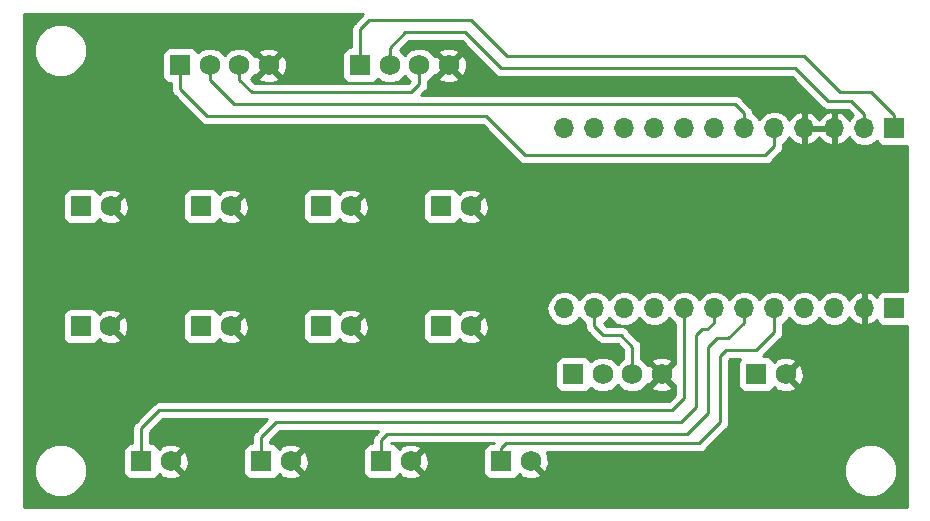
<source format=gbr>
G04 #@! TF.GenerationSoftware,KiCad,Pcbnew,(5.0.0)*
G04 #@! TF.CreationDate,2019-08-26T21:19:04-04:00*
G04 #@! TF.ProjectId,ProMicro-Breakout+RGB,50726F4D6963726F2D427265616B6F75,rev?*
G04 #@! TF.SameCoordinates,Original*
G04 #@! TF.FileFunction,Copper,L2,Bot,Signal*
G04 #@! TF.FilePolarity,Positive*
%FSLAX46Y46*%
G04 Gerber Fmt 4.6, Leading zero omitted, Abs format (unit mm)*
G04 Created by KiCad (PCBNEW (5.0.0)) date 08/26/19 21:19:04*
%MOMM*%
%LPD*%
G01*
G04 APERTURE LIST*
G04 #@! TA.AperFunction,ComponentPad*
%ADD10C,1.750000*%
G04 #@! TD*
G04 #@! TA.AperFunction,ComponentPad*
%ADD11R,1.750000X1.750000*%
G04 #@! TD*
G04 #@! TA.AperFunction,ComponentPad*
%ADD12O,1.700000X1.700000*%
G04 #@! TD*
G04 #@! TA.AperFunction,ComponentPad*
%ADD13R,1.700000X1.700000*%
G04 #@! TD*
G04 #@! TA.AperFunction,Conductor*
%ADD14C,0.250000*%
G04 #@! TD*
G04 #@! TA.AperFunction,Conductor*
%ADD15C,0.254000*%
G04 #@! TD*
G04 APERTURE END LIST*
D10*
G04 #@! TO.P,J2,4*
G04 #@! TO.N,GND*
X128150000Y-95250000D03*
G04 #@! TO.P,J2,3*
G04 #@! TO.N,+5V*
X125650000Y-95250000D03*
G04 #@! TO.P,J2,2*
G04 #@! TO.N,/QE2B*
X123150000Y-95250000D03*
D11*
G04 #@! TO.P,J2,1*
G04 #@! TO.N,/QE2A*
X120650000Y-95250000D03*
G04 #@! TD*
D10*
G04 #@! TO.P,J5,2*
G04 #@! TO.N,GND*
X130008000Y-128778000D03*
D11*
G04 #@! TO.P,J5,1*
G04 #@! TO.N,/B3*
X127508000Y-128778000D03*
G04 #@! TD*
G04 #@! TO.P,J12,1*
G04 #@! TO.N,/B8*
X112228000Y-117348000D03*
D10*
G04 #@! TO.P,J12,2*
G04 #@! TO.N,GND*
X114728000Y-117348000D03*
G04 #@! TD*
G04 #@! TO.P,J3,2*
G04 #@! TO.N,GND*
X150328000Y-128778000D03*
D11*
G04 #@! TO.P,J3,1*
G04 #@! TO.N,/B1*
X147828000Y-128778000D03*
G04 #@! TD*
G04 #@! TO.P,J4,1*
G04 #@! TO.N,/B2*
X137668000Y-128778000D03*
D10*
G04 #@! TO.P,J4,2*
G04 #@! TO.N,GND*
X140168000Y-128778000D03*
G04 #@! TD*
G04 #@! TO.P,J6,2*
G04 #@! TO.N,GND*
X119848000Y-128778000D03*
D11*
G04 #@! TO.P,J6,1*
G04 #@! TO.N,/B4*
X117348000Y-128778000D03*
G04 #@! TD*
G04 #@! TO.P,J17,1*
G04 #@! TO.N,/B12*
X112268000Y-107188000D03*
D10*
G04 #@! TO.P,J17,2*
G04 #@! TO.N,GND*
X114768000Y-107188000D03*
G04 #@! TD*
G04 #@! TO.P,J16,2*
G04 #@! TO.N,GND*
X124928000Y-107188000D03*
D11*
G04 #@! TO.P,J16,1*
G04 #@! TO.N,/B11*
X122428000Y-107188000D03*
G04 #@! TD*
G04 #@! TO.P,J15,1*
G04 #@! TO.N,/B10*
X132588000Y-107188000D03*
D10*
G04 #@! TO.P,J15,2*
G04 #@! TO.N,GND*
X135088000Y-107188000D03*
G04 #@! TD*
G04 #@! TO.P,J14,2*
G04 #@! TO.N,GND*
X145248000Y-107188000D03*
D11*
G04 #@! TO.P,J14,1*
G04 #@! TO.N,/B9*
X142748000Y-107188000D03*
G04 #@! TD*
G04 #@! TO.P,J11,1*
G04 #@! TO.N,/B7*
X122428000Y-117348000D03*
D10*
G04 #@! TO.P,J11,2*
G04 #@! TO.N,GND*
X124928000Y-117348000D03*
G04 #@! TD*
G04 #@! TO.P,J9,2*
G04 #@! TO.N,GND*
X135088000Y-117348000D03*
D11*
G04 #@! TO.P,J9,1*
G04 #@! TO.N,/B6*
X132588000Y-117348000D03*
G04 #@! TD*
G04 #@! TO.P,J8,1*
G04 #@! TO.N,/B5*
X142748000Y-117348000D03*
D10*
G04 #@! TO.P,J8,2*
G04 #@! TO.N,GND*
X145248000Y-117348000D03*
G04 #@! TD*
G04 #@! TO.P,J18,4*
G04 #@! TO.N,GND*
X161424000Y-121412000D03*
G04 #@! TO.P,J18,3*
G04 #@! TO.N,/LDAT*
X158924000Y-121412000D03*
G04 #@! TO.P,J18,2*
G04 #@! TO.N,/LCLK*
X156424000Y-121412000D03*
D11*
G04 #@! TO.P,J18,1*
G04 #@! TO.N,/LED+*
X153924000Y-121412000D03*
G04 #@! TD*
D12*
G04 #@! TO.P,J7,12*
G04 #@! TO.N,/B12*
X153162000Y-100584000D03*
G04 #@! TO.P,J7,11*
G04 #@! TO.N,/B11*
X155702000Y-100584000D03*
G04 #@! TO.P,J7,10*
G04 #@! TO.N,/B10*
X158242000Y-100584000D03*
G04 #@! TO.P,J7,9*
G04 #@! TO.N,/B9*
X160782000Y-100584000D03*
G04 #@! TO.P,J7,8*
G04 #@! TO.N,/B8*
X163322000Y-100584000D03*
G04 #@! TO.P,J7,7*
G04 #@! TO.N,/B7*
X165862000Y-100584000D03*
G04 #@! TO.P,J7,6*
G04 #@! TO.N,/QE2B*
X168402000Y-100584000D03*
G04 #@! TO.P,J7,5*
G04 #@! TO.N,/QE2A*
X170942000Y-100584000D03*
G04 #@! TO.P,J7,4*
G04 #@! TO.N,GND*
X173482000Y-100584000D03*
G04 #@! TO.P,J7,3*
X176022000Y-100584000D03*
G04 #@! TO.P,J7,2*
G04 #@! TO.N,/QE1B*
X178562000Y-100584000D03*
D13*
G04 #@! TO.P,J7,1*
G04 #@! TO.N,/QE1A*
X181102000Y-100584000D03*
G04 #@! TD*
G04 #@! TO.P,J10,1*
G04 #@! TO.N,VBUS*
X181102000Y-115824000D03*
D12*
G04 #@! TO.P,J10,2*
G04 #@! TO.N,GND*
X178562000Y-115824000D03*
G04 #@! TO.P,J10,3*
G04 #@! TO.N,Net-(J10-Pad3)*
X176022000Y-115824000D03*
G04 #@! TO.P,J10,4*
G04 #@! TO.N,+5V*
X173482000Y-115824000D03*
G04 #@! TO.P,J10,5*
G04 #@! TO.N,/B1*
X170942000Y-115824000D03*
G04 #@! TO.P,J10,6*
G04 #@! TO.N,/B2*
X168402000Y-115824000D03*
G04 #@! TO.P,J10,7*
G04 #@! TO.N,/B3*
X165862000Y-115824000D03*
G04 #@! TO.P,J10,8*
G04 #@! TO.N,/B4*
X163322000Y-115824000D03*
G04 #@! TO.P,J10,9*
G04 #@! TO.N,/LCLK*
X160782000Y-115824000D03*
G04 #@! TO.P,J10,10*
G04 #@! TO.N,/B5*
X158242000Y-115824000D03*
G04 #@! TO.P,J10,11*
G04 #@! TO.N,/LDAT*
X155702000Y-115824000D03*
G04 #@! TO.P,J10,12*
G04 #@! TO.N,/B6*
X153162000Y-115824000D03*
G04 #@! TD*
D10*
G04 #@! TO.P,J13,2*
G04 #@! TO.N,GND*
X171918000Y-121412000D03*
D11*
G04 #@! TO.P,J13,1*
G04 #@! TO.N,+5P*
X169418000Y-121412000D03*
G04 #@! TD*
G04 #@! TO.P,J1,1*
G04 #@! TO.N,/QE1A*
X135890000Y-95250000D03*
D10*
G04 #@! TO.P,J1,2*
G04 #@! TO.N,/QE1B*
X138390000Y-95250000D03*
G04 #@! TO.P,J1,3*
G04 #@! TO.N,+5V*
X140890000Y-95250000D03*
G04 #@! TO.P,J1,4*
G04 #@! TO.N,GND*
X143390000Y-95250000D03*
G04 #@! TD*
D14*
G04 #@! TO.N,/QE1B*
X147828000Y-95504000D02*
X144780000Y-92456000D01*
X138390000Y-93766000D02*
X138390000Y-95250000D01*
X144780000Y-92456000D02*
X139700000Y-92456000D01*
X139700000Y-92456000D02*
X138390000Y-93766000D01*
X178562000Y-99381919D02*
X177478081Y-98298000D01*
X178562000Y-100584000D02*
X178562000Y-99381919D01*
X175514000Y-98298000D02*
X172720000Y-95504000D01*
X177478081Y-98298000D02*
X175514000Y-98298000D01*
X172720000Y-95504000D02*
X147828000Y-95504000D01*
G04 #@! TO.N,/QE1A*
X135890000Y-92202000D02*
X135890000Y-95250000D01*
X136652000Y-91440000D02*
X135890000Y-92202000D01*
X145288000Y-91440000D02*
X136652000Y-91440000D01*
X181102000Y-100584000D02*
X181102000Y-99484000D01*
X181102000Y-99484000D02*
X179154000Y-97536000D01*
X179154000Y-97536000D02*
X176530000Y-97536000D01*
X176530000Y-97536000D02*
X173482000Y-94488000D01*
X173482000Y-94488000D02*
X148336000Y-94488000D01*
X148336000Y-94488000D02*
X145288000Y-91440000D01*
G04 #@! TO.N,/B4*
X117348000Y-125984000D02*
X117348000Y-128778000D01*
X118872000Y-124460000D02*
X117348000Y-125984000D01*
X162306000Y-124460000D02*
X118872000Y-124460000D01*
X163322000Y-123444000D02*
X162306000Y-124460000D01*
X163322000Y-115824000D02*
X163322000Y-123444000D01*
G04 #@! TO.N,+5V*
X140890000Y-96854000D02*
X140890000Y-95250000D01*
X140208000Y-97536000D02*
X140890000Y-96854000D01*
X126698564Y-97536000D02*
X140208000Y-97536000D01*
X125650000Y-95250000D02*
X125650000Y-96487436D01*
X125650000Y-96487436D02*
X126698564Y-97536000D01*
G04 #@! TO.N,/B3*
X127508000Y-126746000D02*
X127508000Y-128778000D01*
X128778000Y-125476000D02*
X127508000Y-126746000D01*
X164338000Y-124206000D02*
X163068000Y-125476000D01*
X163068000Y-125476000D02*
X128778000Y-125476000D01*
X165862000Y-117026081D02*
X165286081Y-117602000D01*
X165862000Y-115824000D02*
X165862000Y-117026081D01*
X165286081Y-117602000D02*
X164846000Y-117602000D01*
X164338000Y-118110000D02*
X164338000Y-124206000D01*
X164846000Y-117602000D02*
X164338000Y-118110000D01*
G04 #@! TO.N,/B2*
X137668000Y-127000000D02*
X138176000Y-126492000D01*
X138176000Y-126492000D02*
X163576000Y-126492000D01*
X163576000Y-126492000D02*
X165354000Y-124714000D01*
X137668000Y-128778000D02*
X137668000Y-127000000D01*
X168402000Y-117026081D02*
X167064081Y-118364000D01*
X168402000Y-115824000D02*
X168402000Y-117026081D01*
X167064081Y-118364000D02*
X166116000Y-118364000D01*
X165354000Y-119126000D02*
X165354000Y-124714000D01*
X166116000Y-118364000D02*
X165354000Y-119126000D01*
G04 #@! TO.N,/B1*
X147828000Y-127653000D02*
X147828000Y-128778000D01*
X148227000Y-127254000D02*
X147828000Y-127653000D01*
X164592000Y-127254000D02*
X148227000Y-127254000D01*
X170942000Y-117856000D02*
X169418000Y-119380000D01*
X170942000Y-115824000D02*
X170942000Y-117856000D01*
X169418000Y-119380000D02*
X166878000Y-119380000D01*
X166878000Y-119380000D02*
X166370000Y-119888000D01*
X166370000Y-119888000D02*
X166370000Y-125476000D01*
X166370000Y-125476000D02*
X164592000Y-127254000D01*
G04 #@! TO.N,/QE2A*
X120650000Y-97282000D02*
X120650000Y-95250000D01*
X170942000Y-102108000D02*
X170180000Y-102870000D01*
X170942000Y-100584000D02*
X170942000Y-102108000D01*
X170180000Y-102870000D02*
X149860000Y-102870000D01*
X149860000Y-102870000D02*
X146558000Y-99568000D01*
X146558000Y-99568000D02*
X122936000Y-99568000D01*
X122936000Y-99568000D02*
X120650000Y-97282000D01*
G04 #@! TO.N,/QE2B*
X168402000Y-99314000D02*
X168402000Y-100584000D01*
X167640000Y-98552000D02*
X168402000Y-99314000D01*
X125214564Y-98552000D02*
X167640000Y-98552000D01*
X123150000Y-95250000D02*
X123150000Y-96487436D01*
X123150000Y-96487436D02*
X125214564Y-98552000D01*
G04 #@! TO.N,/LDAT*
X158924000Y-119046000D02*
X157988000Y-118110000D01*
X158924000Y-121412000D02*
X158924000Y-119046000D01*
X157988000Y-118110000D02*
X156464000Y-118110000D01*
X155702000Y-117348000D02*
X155702000Y-115824000D01*
X156464000Y-118110000D02*
X155702000Y-117348000D01*
G04 #@! TD*
D15*
G04 #@! TO.N,GND*
G36*
X136104071Y-90892071D02*
X136061671Y-90955527D01*
X135405530Y-91611669D01*
X135342071Y-91654071D01*
X135174096Y-91905464D01*
X135130000Y-92127149D01*
X135130000Y-92127153D01*
X135115112Y-92202000D01*
X135130000Y-92276847D01*
X135130001Y-93727560D01*
X135015000Y-93727560D01*
X134767235Y-93776843D01*
X134557191Y-93917191D01*
X134416843Y-94127235D01*
X134367560Y-94375000D01*
X134367560Y-96125000D01*
X134416843Y-96372765D01*
X134557191Y-96582809D01*
X134767235Y-96723157D01*
X135015000Y-96772440D01*
X136765000Y-96772440D01*
X137012765Y-96723157D01*
X137222809Y-96582809D01*
X137363157Y-96372765D01*
X137365504Y-96360966D01*
X137534654Y-96530116D01*
X138089642Y-96760000D01*
X138690358Y-96760000D01*
X139245346Y-96530116D01*
X139640000Y-96135462D01*
X140034654Y-96530116D01*
X140108496Y-96560702D01*
X139893199Y-96776000D01*
X127013367Y-96776000D01*
X126636414Y-96399048D01*
X126723402Y-96312060D01*
X127267545Y-96312060D01*
X127350884Y-96565953D01*
X127915306Y-96771590D01*
X128515458Y-96745579D01*
X128949116Y-96565953D01*
X129032455Y-96312060D01*
X128150000Y-95429605D01*
X127267545Y-96312060D01*
X126723402Y-96312060D01*
X126930116Y-96105346D01*
X126939121Y-96083606D01*
X127087940Y-96132455D01*
X127970395Y-95250000D01*
X128329605Y-95250000D01*
X129212060Y-96132455D01*
X129465953Y-96049116D01*
X129671590Y-95484694D01*
X129645579Y-94884542D01*
X129465953Y-94450884D01*
X129212060Y-94367545D01*
X128329605Y-95250000D01*
X127970395Y-95250000D01*
X127087940Y-94367545D01*
X126939121Y-94416394D01*
X126930116Y-94394654D01*
X126723402Y-94187940D01*
X127267545Y-94187940D01*
X128150000Y-95070395D01*
X129032455Y-94187940D01*
X128949116Y-93934047D01*
X128384694Y-93728410D01*
X127784542Y-93754421D01*
X127350884Y-93934047D01*
X127267545Y-94187940D01*
X126723402Y-94187940D01*
X126505346Y-93969884D01*
X125950358Y-93740000D01*
X125349642Y-93740000D01*
X124794654Y-93969884D01*
X124400000Y-94364538D01*
X124005346Y-93969884D01*
X123450358Y-93740000D01*
X122849642Y-93740000D01*
X122294654Y-93969884D01*
X122125504Y-94139034D01*
X122123157Y-94127235D01*
X121982809Y-93917191D01*
X121772765Y-93776843D01*
X121525000Y-93727560D01*
X119775000Y-93727560D01*
X119527235Y-93776843D01*
X119317191Y-93917191D01*
X119176843Y-94127235D01*
X119127560Y-94375000D01*
X119127560Y-96125000D01*
X119176843Y-96372765D01*
X119317191Y-96582809D01*
X119527235Y-96723157D01*
X119775000Y-96772440D01*
X119890000Y-96772440D01*
X119890000Y-97207153D01*
X119875112Y-97282000D01*
X119890000Y-97356847D01*
X119890000Y-97356851D01*
X119934096Y-97578536D01*
X120102071Y-97829929D01*
X120165530Y-97872331D01*
X122345670Y-100052472D01*
X122388071Y-100115929D01*
X122639463Y-100283904D01*
X122861148Y-100328000D01*
X122861152Y-100328000D01*
X122935999Y-100342888D01*
X123010846Y-100328000D01*
X146243199Y-100328000D01*
X149269671Y-103354473D01*
X149312071Y-103417929D01*
X149563463Y-103585904D01*
X149785148Y-103630000D01*
X149785152Y-103630000D01*
X149859999Y-103644888D01*
X149934846Y-103630000D01*
X170105153Y-103630000D01*
X170180000Y-103644888D01*
X170254847Y-103630000D01*
X170254852Y-103630000D01*
X170476537Y-103585904D01*
X170727929Y-103417929D01*
X170770331Y-103354470D01*
X171426473Y-102698329D01*
X171489929Y-102655929D01*
X171545032Y-102573462D01*
X171657904Y-102404538D01*
X171667480Y-102356395D01*
X171702000Y-102182852D01*
X171702000Y-102182848D01*
X171716888Y-102108000D01*
X171702000Y-102033152D01*
X171702000Y-101862178D01*
X172012625Y-101654625D01*
X172225843Y-101335522D01*
X172286817Y-101465358D01*
X172715076Y-101855645D01*
X173125110Y-102025476D01*
X173355000Y-101904155D01*
X173355000Y-100711000D01*
X173609000Y-100711000D01*
X173609000Y-101904155D01*
X173838890Y-102025476D01*
X174248924Y-101855645D01*
X174677183Y-101465358D01*
X174752000Y-101306046D01*
X174826817Y-101465358D01*
X175255076Y-101855645D01*
X175665110Y-102025476D01*
X175895000Y-101904155D01*
X175895000Y-100711000D01*
X173609000Y-100711000D01*
X173355000Y-100711000D01*
X173335000Y-100711000D01*
X173335000Y-100457000D01*
X173355000Y-100457000D01*
X173355000Y-99263845D01*
X173609000Y-99263845D01*
X173609000Y-100457000D01*
X175895000Y-100457000D01*
X175895000Y-99263845D01*
X175665110Y-99142524D01*
X175255076Y-99312355D01*
X174826817Y-99702642D01*
X174752000Y-99861954D01*
X174677183Y-99702642D01*
X174248924Y-99312355D01*
X173838890Y-99142524D01*
X173609000Y-99263845D01*
X173355000Y-99263845D01*
X173125110Y-99142524D01*
X172715076Y-99312355D01*
X172286817Y-99702642D01*
X172225843Y-99832478D01*
X172012625Y-99513375D01*
X171521418Y-99185161D01*
X171088256Y-99099000D01*
X170795744Y-99099000D01*
X170362582Y-99185161D01*
X169871375Y-99513375D01*
X169672000Y-99811761D01*
X169472625Y-99513375D01*
X169176577Y-99315562D01*
X169176888Y-99314000D01*
X169162000Y-99239152D01*
X169162000Y-99239148D01*
X169117904Y-99017463D01*
X169117904Y-99017462D01*
X168992329Y-98829527D01*
X168949929Y-98766071D01*
X168886473Y-98723671D01*
X168230331Y-98067530D01*
X168187929Y-98004071D01*
X167936537Y-97836096D01*
X167714852Y-97792000D01*
X167714847Y-97792000D01*
X167640000Y-97777112D01*
X167565153Y-97792000D01*
X141026801Y-97792000D01*
X141374473Y-97444329D01*
X141437929Y-97401929D01*
X141531210Y-97262325D01*
X141605904Y-97150538D01*
X141625598Y-97051527D01*
X141650000Y-96928852D01*
X141650000Y-96928848D01*
X141664888Y-96854000D01*
X141650000Y-96779152D01*
X141650000Y-96569610D01*
X141745346Y-96530116D01*
X141963402Y-96312060D01*
X142507545Y-96312060D01*
X142590884Y-96565953D01*
X143155306Y-96771590D01*
X143755458Y-96745579D01*
X144189116Y-96565953D01*
X144272455Y-96312060D01*
X143390000Y-95429605D01*
X142507545Y-96312060D01*
X141963402Y-96312060D01*
X142170116Y-96105346D01*
X142179121Y-96083606D01*
X142327940Y-96132455D01*
X143210395Y-95250000D01*
X143569605Y-95250000D01*
X144452060Y-96132455D01*
X144705953Y-96049116D01*
X144911590Y-95484694D01*
X144885579Y-94884542D01*
X144705953Y-94450884D01*
X144452060Y-94367545D01*
X143569605Y-95250000D01*
X143210395Y-95250000D01*
X142327940Y-94367545D01*
X142179121Y-94416394D01*
X142170116Y-94394654D01*
X141963402Y-94187940D01*
X142507545Y-94187940D01*
X143390000Y-95070395D01*
X144272455Y-94187940D01*
X144189116Y-93934047D01*
X143624694Y-93728410D01*
X143024542Y-93754421D01*
X142590884Y-93934047D01*
X142507545Y-94187940D01*
X141963402Y-94187940D01*
X141745346Y-93969884D01*
X141190358Y-93740000D01*
X140589642Y-93740000D01*
X140034654Y-93969884D01*
X139640000Y-94364538D01*
X139253132Y-93977670D01*
X140014802Y-93216000D01*
X144465199Y-93216000D01*
X147237670Y-95988472D01*
X147280071Y-96051929D01*
X147531463Y-96219904D01*
X147753148Y-96264000D01*
X147753153Y-96264000D01*
X147828000Y-96278888D01*
X147902847Y-96264000D01*
X172405199Y-96264000D01*
X174923670Y-98782472D01*
X174966071Y-98845929D01*
X175029527Y-98888329D01*
X175217462Y-99013904D01*
X175265605Y-99023480D01*
X175439148Y-99058000D01*
X175439152Y-99058000D01*
X175514000Y-99072888D01*
X175588848Y-99058000D01*
X177163280Y-99058000D01*
X177567673Y-99462394D01*
X177491375Y-99513375D01*
X177278157Y-99832478D01*
X177217183Y-99702642D01*
X176788924Y-99312355D01*
X176378890Y-99142524D01*
X176149000Y-99263845D01*
X176149000Y-100457000D01*
X176169000Y-100457000D01*
X176169000Y-100711000D01*
X176149000Y-100711000D01*
X176149000Y-101904155D01*
X176378890Y-102025476D01*
X176788924Y-101855645D01*
X177217183Y-101465358D01*
X177278157Y-101335522D01*
X177491375Y-101654625D01*
X177982582Y-101982839D01*
X178415744Y-102069000D01*
X178708256Y-102069000D01*
X179141418Y-101982839D01*
X179632625Y-101654625D01*
X179644816Y-101636381D01*
X179653843Y-101681765D01*
X179794191Y-101891809D01*
X180004235Y-102032157D01*
X180252000Y-102081440D01*
X181952000Y-102081440D01*
X182170000Y-102038078D01*
X182170001Y-114369923D01*
X181952000Y-114326560D01*
X180252000Y-114326560D01*
X180004235Y-114375843D01*
X179794191Y-114516191D01*
X179653843Y-114726235D01*
X179633261Y-114829708D01*
X179328924Y-114552355D01*
X178918890Y-114382524D01*
X178689000Y-114503845D01*
X178689000Y-115697000D01*
X178709000Y-115697000D01*
X178709000Y-115951000D01*
X178689000Y-115951000D01*
X178689000Y-117144155D01*
X178918890Y-117265476D01*
X179328924Y-117095645D01*
X179633261Y-116818292D01*
X179653843Y-116921765D01*
X179794191Y-117131809D01*
X180004235Y-117272157D01*
X180252000Y-117321440D01*
X181952000Y-117321440D01*
X182170001Y-117278077D01*
X182170001Y-132640000D01*
X107390000Y-132640000D01*
X107390000Y-129095431D01*
X108255000Y-129095431D01*
X108255000Y-129984569D01*
X108595259Y-130806026D01*
X109223974Y-131434741D01*
X110045431Y-131775000D01*
X110934569Y-131775000D01*
X111756026Y-131434741D01*
X112384741Y-130806026D01*
X112725000Y-129984569D01*
X112725000Y-129095431D01*
X112384741Y-128273974D01*
X112013767Y-127903000D01*
X115825560Y-127903000D01*
X115825560Y-129653000D01*
X115874843Y-129900765D01*
X116015191Y-130110809D01*
X116225235Y-130251157D01*
X116473000Y-130300440D01*
X118223000Y-130300440D01*
X118470765Y-130251157D01*
X118680809Y-130110809D01*
X118811475Y-129915255D01*
X118850914Y-129954694D01*
X118965546Y-129840062D01*
X119048884Y-130093953D01*
X119613306Y-130299590D01*
X120213458Y-130273579D01*
X120647116Y-130093953D01*
X120730455Y-129840060D01*
X119848000Y-128957605D01*
X119833858Y-128971748D01*
X119654253Y-128792143D01*
X119668395Y-128778000D01*
X120027605Y-128778000D01*
X120910060Y-129660455D01*
X121163953Y-129577116D01*
X121369590Y-129012694D01*
X121343579Y-128412542D01*
X121163953Y-127978884D01*
X120910060Y-127895545D01*
X120027605Y-128778000D01*
X119668395Y-128778000D01*
X119654253Y-128763858D01*
X119833858Y-128584253D01*
X119848000Y-128598395D01*
X120730455Y-127715940D01*
X120647116Y-127462047D01*
X120082694Y-127256410D01*
X119482542Y-127282421D01*
X119048884Y-127462047D01*
X118965546Y-127715938D01*
X118850914Y-127601306D01*
X118811475Y-127640745D01*
X118680809Y-127445191D01*
X118470765Y-127304843D01*
X118223000Y-127255560D01*
X118108000Y-127255560D01*
X118108000Y-126298801D01*
X119186803Y-125220000D01*
X127959198Y-125220000D01*
X127023530Y-126155669D01*
X126960071Y-126198071D01*
X126792096Y-126449464D01*
X126748000Y-126671149D01*
X126748000Y-126671153D01*
X126733112Y-126746000D01*
X126748000Y-126820847D01*
X126748000Y-127255560D01*
X126633000Y-127255560D01*
X126385235Y-127304843D01*
X126175191Y-127445191D01*
X126034843Y-127655235D01*
X125985560Y-127903000D01*
X125985560Y-129653000D01*
X126034843Y-129900765D01*
X126175191Y-130110809D01*
X126385235Y-130251157D01*
X126633000Y-130300440D01*
X128383000Y-130300440D01*
X128630765Y-130251157D01*
X128840809Y-130110809D01*
X128971475Y-129915255D01*
X129010914Y-129954694D01*
X129125546Y-129840062D01*
X129208884Y-130093953D01*
X129773306Y-130299590D01*
X130373458Y-130273579D01*
X130807116Y-130093953D01*
X130890455Y-129840060D01*
X130008000Y-128957605D01*
X129993858Y-128971748D01*
X129814253Y-128792143D01*
X129828395Y-128778000D01*
X130187605Y-128778000D01*
X131070060Y-129660455D01*
X131323953Y-129577116D01*
X131529590Y-129012694D01*
X131503579Y-128412542D01*
X131323953Y-127978884D01*
X131070060Y-127895545D01*
X130187605Y-128778000D01*
X129828395Y-128778000D01*
X129814253Y-128763858D01*
X129993858Y-128584253D01*
X130008000Y-128598395D01*
X130890455Y-127715940D01*
X130807116Y-127462047D01*
X130242694Y-127256410D01*
X129642542Y-127282421D01*
X129208884Y-127462047D01*
X129125546Y-127715938D01*
X129010914Y-127601306D01*
X128971475Y-127640745D01*
X128840809Y-127445191D01*
X128630765Y-127304843D01*
X128383000Y-127255560D01*
X128268000Y-127255560D01*
X128268000Y-127060801D01*
X129092802Y-126236000D01*
X137357198Y-126236000D01*
X137183527Y-126409672D01*
X137120072Y-126452071D01*
X137077672Y-126515527D01*
X137077671Y-126515528D01*
X136952097Y-126703463D01*
X136893112Y-127000000D01*
X136908001Y-127074852D01*
X136908001Y-127255560D01*
X136793000Y-127255560D01*
X136545235Y-127304843D01*
X136335191Y-127445191D01*
X136194843Y-127655235D01*
X136145560Y-127903000D01*
X136145560Y-129653000D01*
X136194843Y-129900765D01*
X136335191Y-130110809D01*
X136545235Y-130251157D01*
X136793000Y-130300440D01*
X138543000Y-130300440D01*
X138790765Y-130251157D01*
X139000809Y-130110809D01*
X139131475Y-129915255D01*
X139170914Y-129954694D01*
X139285546Y-129840062D01*
X139368884Y-130093953D01*
X139933306Y-130299590D01*
X140533458Y-130273579D01*
X140967116Y-130093953D01*
X141050455Y-129840060D01*
X140168000Y-128957605D01*
X140153858Y-128971748D01*
X139974253Y-128792143D01*
X139988395Y-128778000D01*
X140347605Y-128778000D01*
X141230060Y-129660455D01*
X141483953Y-129577116D01*
X141689590Y-129012694D01*
X141663579Y-128412542D01*
X141483953Y-127978884D01*
X141230060Y-127895545D01*
X140347605Y-128778000D01*
X139988395Y-128778000D01*
X139974253Y-128763858D01*
X140153858Y-128584253D01*
X140168000Y-128598395D01*
X141050455Y-127715940D01*
X140967116Y-127462047D01*
X140402694Y-127256410D01*
X139802542Y-127282421D01*
X139368884Y-127462047D01*
X139285546Y-127715938D01*
X139170914Y-127601306D01*
X139131475Y-127640745D01*
X139000809Y-127445191D01*
X138790765Y-127304843D01*
X138543000Y-127255560D01*
X138487242Y-127255560D01*
X138490802Y-127252000D01*
X147181896Y-127252000D01*
X147179518Y-127255560D01*
X146953000Y-127255560D01*
X146705235Y-127304843D01*
X146495191Y-127445191D01*
X146354843Y-127655235D01*
X146305560Y-127903000D01*
X146305560Y-129653000D01*
X146354843Y-129900765D01*
X146495191Y-130110809D01*
X146705235Y-130251157D01*
X146953000Y-130300440D01*
X148703000Y-130300440D01*
X148950765Y-130251157D01*
X149160809Y-130110809D01*
X149291475Y-129915255D01*
X149330914Y-129954694D01*
X149445546Y-129840062D01*
X149528884Y-130093953D01*
X150093306Y-130299590D01*
X150693458Y-130273579D01*
X151127116Y-130093953D01*
X151210455Y-129840060D01*
X150328000Y-128957605D01*
X150313858Y-128971748D01*
X150134253Y-128792143D01*
X150148395Y-128778000D01*
X150134253Y-128763858D01*
X150313858Y-128584253D01*
X150328000Y-128598395D01*
X150342143Y-128584253D01*
X150521748Y-128763858D01*
X150507605Y-128778000D01*
X151390060Y-129660455D01*
X151643953Y-129577116D01*
X151819446Y-129095431D01*
X176835000Y-129095431D01*
X176835000Y-129984569D01*
X177175259Y-130806026D01*
X177803974Y-131434741D01*
X178625431Y-131775000D01*
X179514569Y-131775000D01*
X180336026Y-131434741D01*
X180964741Y-130806026D01*
X181305000Y-129984569D01*
X181305000Y-129095431D01*
X180964741Y-128273974D01*
X180336026Y-127645259D01*
X179514569Y-127305000D01*
X178625431Y-127305000D01*
X177803974Y-127645259D01*
X177175259Y-128273974D01*
X176835000Y-129095431D01*
X151819446Y-129095431D01*
X151849590Y-129012694D01*
X151823579Y-128412542D01*
X151658498Y-128014000D01*
X164517153Y-128014000D01*
X164592000Y-128028888D01*
X164666847Y-128014000D01*
X164666852Y-128014000D01*
X164888537Y-127969904D01*
X165139929Y-127801929D01*
X165182331Y-127738470D01*
X166854473Y-126066329D01*
X166917929Y-126023929D01*
X166971288Y-125944072D01*
X167085904Y-125772538D01*
X167102826Y-125687463D01*
X167130000Y-125550852D01*
X167130000Y-125550848D01*
X167144888Y-125476000D01*
X167130000Y-125401152D01*
X167130000Y-120202802D01*
X167192802Y-120140000D01*
X168044559Y-120140000D01*
X167944843Y-120289235D01*
X167895560Y-120537000D01*
X167895560Y-122287000D01*
X167944843Y-122534765D01*
X168085191Y-122744809D01*
X168295235Y-122885157D01*
X168543000Y-122934440D01*
X170293000Y-122934440D01*
X170540765Y-122885157D01*
X170750809Y-122744809D01*
X170881475Y-122549255D01*
X170920914Y-122588694D01*
X171035546Y-122474062D01*
X171118884Y-122727953D01*
X171683306Y-122933590D01*
X172283458Y-122907579D01*
X172717116Y-122727953D01*
X172800455Y-122474060D01*
X171918000Y-121591605D01*
X171903858Y-121605748D01*
X171724253Y-121426143D01*
X171738395Y-121412000D01*
X172097605Y-121412000D01*
X172980060Y-122294455D01*
X173233953Y-122211116D01*
X173439590Y-121646694D01*
X173413579Y-121046542D01*
X173233953Y-120612884D01*
X172980060Y-120529545D01*
X172097605Y-121412000D01*
X171738395Y-121412000D01*
X171724253Y-121397858D01*
X171903858Y-121218253D01*
X171918000Y-121232395D01*
X172800455Y-120349940D01*
X172717116Y-120096047D01*
X172152694Y-119890410D01*
X171552542Y-119916421D01*
X171118884Y-120096047D01*
X171035546Y-120349938D01*
X170920914Y-120235306D01*
X170881475Y-120274745D01*
X170750809Y-120079191D01*
X170540765Y-119938843D01*
X170293000Y-119889560D01*
X169991566Y-119889560D01*
X170008331Y-119864470D01*
X171426476Y-118446327D01*
X171489929Y-118403929D01*
X171532327Y-118340476D01*
X171532329Y-118340474D01*
X171657903Y-118152538D01*
X171657904Y-118152537D01*
X171702000Y-117930852D01*
X171702000Y-117930848D01*
X171716888Y-117856001D01*
X171702000Y-117781154D01*
X171702000Y-117102178D01*
X172012625Y-116894625D01*
X172212000Y-116596239D01*
X172411375Y-116894625D01*
X172902582Y-117222839D01*
X173335744Y-117309000D01*
X173628256Y-117309000D01*
X174061418Y-117222839D01*
X174552625Y-116894625D01*
X174752000Y-116596239D01*
X174951375Y-116894625D01*
X175442582Y-117222839D01*
X175875744Y-117309000D01*
X176168256Y-117309000D01*
X176601418Y-117222839D01*
X177092625Y-116894625D01*
X177305843Y-116575522D01*
X177366817Y-116705358D01*
X177795076Y-117095645D01*
X178205110Y-117265476D01*
X178435000Y-117144155D01*
X178435000Y-115951000D01*
X178415000Y-115951000D01*
X178415000Y-115697000D01*
X178435000Y-115697000D01*
X178435000Y-114503845D01*
X178205110Y-114382524D01*
X177795076Y-114552355D01*
X177366817Y-114942642D01*
X177305843Y-115072478D01*
X177092625Y-114753375D01*
X176601418Y-114425161D01*
X176168256Y-114339000D01*
X175875744Y-114339000D01*
X175442582Y-114425161D01*
X174951375Y-114753375D01*
X174752000Y-115051761D01*
X174552625Y-114753375D01*
X174061418Y-114425161D01*
X173628256Y-114339000D01*
X173335744Y-114339000D01*
X172902582Y-114425161D01*
X172411375Y-114753375D01*
X172212000Y-115051761D01*
X172012625Y-114753375D01*
X171521418Y-114425161D01*
X171088256Y-114339000D01*
X170795744Y-114339000D01*
X170362582Y-114425161D01*
X169871375Y-114753375D01*
X169672000Y-115051761D01*
X169472625Y-114753375D01*
X168981418Y-114425161D01*
X168548256Y-114339000D01*
X168255744Y-114339000D01*
X167822582Y-114425161D01*
X167331375Y-114753375D01*
X167132000Y-115051761D01*
X166932625Y-114753375D01*
X166441418Y-114425161D01*
X166008256Y-114339000D01*
X165715744Y-114339000D01*
X165282582Y-114425161D01*
X164791375Y-114753375D01*
X164592000Y-115051761D01*
X164392625Y-114753375D01*
X163901418Y-114425161D01*
X163468256Y-114339000D01*
X163175744Y-114339000D01*
X162742582Y-114425161D01*
X162251375Y-114753375D01*
X162052000Y-115051761D01*
X161852625Y-114753375D01*
X161361418Y-114425161D01*
X160928256Y-114339000D01*
X160635744Y-114339000D01*
X160202582Y-114425161D01*
X159711375Y-114753375D01*
X159512000Y-115051761D01*
X159312625Y-114753375D01*
X158821418Y-114425161D01*
X158388256Y-114339000D01*
X158095744Y-114339000D01*
X157662582Y-114425161D01*
X157171375Y-114753375D01*
X156972000Y-115051761D01*
X156772625Y-114753375D01*
X156281418Y-114425161D01*
X155848256Y-114339000D01*
X155555744Y-114339000D01*
X155122582Y-114425161D01*
X154631375Y-114753375D01*
X154432000Y-115051761D01*
X154232625Y-114753375D01*
X153741418Y-114425161D01*
X153308256Y-114339000D01*
X153015744Y-114339000D01*
X152582582Y-114425161D01*
X152091375Y-114753375D01*
X151763161Y-115244582D01*
X151647908Y-115824000D01*
X151763161Y-116403418D01*
X152091375Y-116894625D01*
X152582582Y-117222839D01*
X153015744Y-117309000D01*
X153308256Y-117309000D01*
X153741418Y-117222839D01*
X154232625Y-116894625D01*
X154432000Y-116596239D01*
X154631375Y-116894625D01*
X154942000Y-117102178D01*
X154942000Y-117273153D01*
X154927112Y-117348000D01*
X154942000Y-117422847D01*
X154942000Y-117422851D01*
X154986096Y-117644536D01*
X155154071Y-117895929D01*
X155217530Y-117938331D01*
X155873670Y-118594472D01*
X155916071Y-118657929D01*
X155979527Y-118700329D01*
X156167462Y-118825904D01*
X156215605Y-118835480D01*
X156389148Y-118870000D01*
X156389152Y-118870000D01*
X156464000Y-118884888D01*
X156538848Y-118870000D01*
X157673199Y-118870000D01*
X158164001Y-119360803D01*
X158164001Y-120092390D01*
X158068654Y-120131884D01*
X157674000Y-120526538D01*
X157279346Y-120131884D01*
X156724358Y-119902000D01*
X156123642Y-119902000D01*
X155568654Y-120131884D01*
X155399504Y-120301034D01*
X155397157Y-120289235D01*
X155256809Y-120079191D01*
X155046765Y-119938843D01*
X154799000Y-119889560D01*
X153049000Y-119889560D01*
X152801235Y-119938843D01*
X152591191Y-120079191D01*
X152450843Y-120289235D01*
X152401560Y-120537000D01*
X152401560Y-122287000D01*
X152450843Y-122534765D01*
X152591191Y-122744809D01*
X152801235Y-122885157D01*
X153049000Y-122934440D01*
X154799000Y-122934440D01*
X155046765Y-122885157D01*
X155256809Y-122744809D01*
X155397157Y-122534765D01*
X155399504Y-122522966D01*
X155568654Y-122692116D01*
X156123642Y-122922000D01*
X156724358Y-122922000D01*
X157279346Y-122692116D01*
X157674000Y-122297462D01*
X158068654Y-122692116D01*
X158623642Y-122922000D01*
X159224358Y-122922000D01*
X159779346Y-122692116D01*
X159997402Y-122474060D01*
X160541545Y-122474060D01*
X160624884Y-122727953D01*
X161189306Y-122933590D01*
X161789458Y-122907579D01*
X162223116Y-122727953D01*
X162306455Y-122474060D01*
X161424000Y-121591605D01*
X160541545Y-122474060D01*
X159997402Y-122474060D01*
X160204116Y-122267346D01*
X160213121Y-122245606D01*
X160361940Y-122294455D01*
X161244395Y-121412000D01*
X160361940Y-120529545D01*
X160213121Y-120578394D01*
X160204116Y-120556654D01*
X159997402Y-120349940D01*
X160541545Y-120349940D01*
X161424000Y-121232395D01*
X162306455Y-120349940D01*
X162223116Y-120096047D01*
X161658694Y-119890410D01*
X161058542Y-119916421D01*
X160624884Y-120096047D01*
X160541545Y-120349940D01*
X159997402Y-120349940D01*
X159779346Y-120131884D01*
X159684000Y-120092390D01*
X159684000Y-119120847D01*
X159698888Y-119046000D01*
X159684000Y-118971153D01*
X159684000Y-118971148D01*
X159639904Y-118749463D01*
X159471929Y-118498071D01*
X159408473Y-118455671D01*
X158578331Y-117625530D01*
X158535929Y-117562071D01*
X158284537Y-117394096D01*
X158062852Y-117350000D01*
X158062847Y-117350000D01*
X157988000Y-117335112D01*
X157913153Y-117350000D01*
X156778802Y-117350000D01*
X156503350Y-117074549D01*
X156772625Y-116894625D01*
X156972000Y-116596239D01*
X157171375Y-116894625D01*
X157662582Y-117222839D01*
X158095744Y-117309000D01*
X158388256Y-117309000D01*
X158821418Y-117222839D01*
X159312625Y-116894625D01*
X159512000Y-116596239D01*
X159711375Y-116894625D01*
X160202582Y-117222839D01*
X160635744Y-117309000D01*
X160928256Y-117309000D01*
X161361418Y-117222839D01*
X161852625Y-116894625D01*
X162052000Y-116596239D01*
X162251375Y-116894625D01*
X162562000Y-117102178D01*
X162562001Y-120554472D01*
X162486060Y-120529545D01*
X161603605Y-121412000D01*
X162486060Y-122294455D01*
X162562001Y-122269528D01*
X162562001Y-123129197D01*
X161991199Y-123700000D01*
X118946846Y-123700000D01*
X118871999Y-123685112D01*
X118797152Y-123700000D01*
X118797148Y-123700000D01*
X118575463Y-123744096D01*
X118575461Y-123744097D01*
X118575462Y-123744097D01*
X118387526Y-123869671D01*
X118387524Y-123869673D01*
X118324071Y-123912071D01*
X118281673Y-123975524D01*
X116863530Y-125393669D01*
X116800071Y-125436071D01*
X116632096Y-125687464D01*
X116588000Y-125909149D01*
X116588000Y-125909153D01*
X116573112Y-125984000D01*
X116588000Y-126058847D01*
X116588000Y-127255560D01*
X116473000Y-127255560D01*
X116225235Y-127304843D01*
X116015191Y-127445191D01*
X115874843Y-127655235D01*
X115825560Y-127903000D01*
X112013767Y-127903000D01*
X111756026Y-127645259D01*
X110934569Y-127305000D01*
X110045431Y-127305000D01*
X109223974Y-127645259D01*
X108595259Y-128273974D01*
X108255000Y-129095431D01*
X107390000Y-129095431D01*
X107390000Y-116473000D01*
X110705560Y-116473000D01*
X110705560Y-118223000D01*
X110754843Y-118470765D01*
X110895191Y-118680809D01*
X111105235Y-118821157D01*
X111353000Y-118870440D01*
X113103000Y-118870440D01*
X113350765Y-118821157D01*
X113560809Y-118680809D01*
X113691475Y-118485255D01*
X113730914Y-118524694D01*
X113845546Y-118410062D01*
X113928884Y-118663953D01*
X114493306Y-118869590D01*
X115093458Y-118843579D01*
X115527116Y-118663953D01*
X115610455Y-118410060D01*
X114728000Y-117527605D01*
X114713858Y-117541748D01*
X114534253Y-117362143D01*
X114548395Y-117348000D01*
X114907605Y-117348000D01*
X115790060Y-118230455D01*
X116043953Y-118147116D01*
X116249590Y-117582694D01*
X116223579Y-116982542D01*
X116043953Y-116548884D01*
X115812772Y-116473000D01*
X120905560Y-116473000D01*
X120905560Y-118223000D01*
X120954843Y-118470765D01*
X121095191Y-118680809D01*
X121305235Y-118821157D01*
X121553000Y-118870440D01*
X123303000Y-118870440D01*
X123550765Y-118821157D01*
X123760809Y-118680809D01*
X123891475Y-118485255D01*
X123930914Y-118524694D01*
X124045546Y-118410062D01*
X124128884Y-118663953D01*
X124693306Y-118869590D01*
X125293458Y-118843579D01*
X125727116Y-118663953D01*
X125810455Y-118410060D01*
X124928000Y-117527605D01*
X124913858Y-117541748D01*
X124734253Y-117362143D01*
X124748395Y-117348000D01*
X125107605Y-117348000D01*
X125990060Y-118230455D01*
X126243953Y-118147116D01*
X126449590Y-117582694D01*
X126423579Y-116982542D01*
X126243953Y-116548884D01*
X126012772Y-116473000D01*
X131065560Y-116473000D01*
X131065560Y-118223000D01*
X131114843Y-118470765D01*
X131255191Y-118680809D01*
X131465235Y-118821157D01*
X131713000Y-118870440D01*
X133463000Y-118870440D01*
X133710765Y-118821157D01*
X133920809Y-118680809D01*
X134051475Y-118485255D01*
X134090914Y-118524694D01*
X134205546Y-118410062D01*
X134288884Y-118663953D01*
X134853306Y-118869590D01*
X135453458Y-118843579D01*
X135887116Y-118663953D01*
X135970455Y-118410060D01*
X135088000Y-117527605D01*
X135073858Y-117541748D01*
X134894253Y-117362143D01*
X134908395Y-117348000D01*
X135267605Y-117348000D01*
X136150060Y-118230455D01*
X136403953Y-118147116D01*
X136609590Y-117582694D01*
X136583579Y-116982542D01*
X136403953Y-116548884D01*
X136172772Y-116473000D01*
X141225560Y-116473000D01*
X141225560Y-118223000D01*
X141274843Y-118470765D01*
X141415191Y-118680809D01*
X141625235Y-118821157D01*
X141873000Y-118870440D01*
X143623000Y-118870440D01*
X143870765Y-118821157D01*
X144080809Y-118680809D01*
X144211475Y-118485255D01*
X144250914Y-118524694D01*
X144365546Y-118410062D01*
X144448884Y-118663953D01*
X145013306Y-118869590D01*
X145613458Y-118843579D01*
X146047116Y-118663953D01*
X146130455Y-118410060D01*
X145248000Y-117527605D01*
X145233858Y-117541748D01*
X145054253Y-117362143D01*
X145068395Y-117348000D01*
X145427605Y-117348000D01*
X146310060Y-118230455D01*
X146563953Y-118147116D01*
X146769590Y-117582694D01*
X146743579Y-116982542D01*
X146563953Y-116548884D01*
X146310060Y-116465545D01*
X145427605Y-117348000D01*
X145068395Y-117348000D01*
X145054253Y-117333858D01*
X145233858Y-117154253D01*
X145248000Y-117168395D01*
X146130455Y-116285940D01*
X146047116Y-116032047D01*
X145482694Y-115826410D01*
X144882542Y-115852421D01*
X144448884Y-116032047D01*
X144365546Y-116285938D01*
X144250914Y-116171306D01*
X144211475Y-116210745D01*
X144080809Y-116015191D01*
X143870765Y-115874843D01*
X143623000Y-115825560D01*
X141873000Y-115825560D01*
X141625235Y-115874843D01*
X141415191Y-116015191D01*
X141274843Y-116225235D01*
X141225560Y-116473000D01*
X136172772Y-116473000D01*
X136150060Y-116465545D01*
X135267605Y-117348000D01*
X134908395Y-117348000D01*
X134894253Y-117333858D01*
X135073858Y-117154253D01*
X135088000Y-117168395D01*
X135970455Y-116285940D01*
X135887116Y-116032047D01*
X135322694Y-115826410D01*
X134722542Y-115852421D01*
X134288884Y-116032047D01*
X134205546Y-116285938D01*
X134090914Y-116171306D01*
X134051475Y-116210745D01*
X133920809Y-116015191D01*
X133710765Y-115874843D01*
X133463000Y-115825560D01*
X131713000Y-115825560D01*
X131465235Y-115874843D01*
X131255191Y-116015191D01*
X131114843Y-116225235D01*
X131065560Y-116473000D01*
X126012772Y-116473000D01*
X125990060Y-116465545D01*
X125107605Y-117348000D01*
X124748395Y-117348000D01*
X124734253Y-117333858D01*
X124913858Y-117154253D01*
X124928000Y-117168395D01*
X125810455Y-116285940D01*
X125727116Y-116032047D01*
X125162694Y-115826410D01*
X124562542Y-115852421D01*
X124128884Y-116032047D01*
X124045546Y-116285938D01*
X123930914Y-116171306D01*
X123891475Y-116210745D01*
X123760809Y-116015191D01*
X123550765Y-115874843D01*
X123303000Y-115825560D01*
X121553000Y-115825560D01*
X121305235Y-115874843D01*
X121095191Y-116015191D01*
X120954843Y-116225235D01*
X120905560Y-116473000D01*
X115812772Y-116473000D01*
X115790060Y-116465545D01*
X114907605Y-117348000D01*
X114548395Y-117348000D01*
X114534253Y-117333858D01*
X114713858Y-117154253D01*
X114728000Y-117168395D01*
X115610455Y-116285940D01*
X115527116Y-116032047D01*
X114962694Y-115826410D01*
X114362542Y-115852421D01*
X113928884Y-116032047D01*
X113845546Y-116285938D01*
X113730914Y-116171306D01*
X113691475Y-116210745D01*
X113560809Y-116015191D01*
X113350765Y-115874843D01*
X113103000Y-115825560D01*
X111353000Y-115825560D01*
X111105235Y-115874843D01*
X110895191Y-116015191D01*
X110754843Y-116225235D01*
X110705560Y-116473000D01*
X107390000Y-116473000D01*
X107390000Y-106313000D01*
X110745560Y-106313000D01*
X110745560Y-108063000D01*
X110794843Y-108310765D01*
X110935191Y-108520809D01*
X111145235Y-108661157D01*
X111393000Y-108710440D01*
X113143000Y-108710440D01*
X113390765Y-108661157D01*
X113600809Y-108520809D01*
X113731475Y-108325255D01*
X113770914Y-108364694D01*
X113885546Y-108250062D01*
X113968884Y-108503953D01*
X114533306Y-108709590D01*
X115133458Y-108683579D01*
X115567116Y-108503953D01*
X115650455Y-108250060D01*
X114768000Y-107367605D01*
X114753858Y-107381748D01*
X114574253Y-107202143D01*
X114588395Y-107188000D01*
X114947605Y-107188000D01*
X115830060Y-108070455D01*
X116083953Y-107987116D01*
X116289590Y-107422694D01*
X116263579Y-106822542D01*
X116083953Y-106388884D01*
X115852772Y-106313000D01*
X120905560Y-106313000D01*
X120905560Y-108063000D01*
X120954843Y-108310765D01*
X121095191Y-108520809D01*
X121305235Y-108661157D01*
X121553000Y-108710440D01*
X123303000Y-108710440D01*
X123550765Y-108661157D01*
X123760809Y-108520809D01*
X123891475Y-108325255D01*
X123930914Y-108364694D01*
X124045546Y-108250062D01*
X124128884Y-108503953D01*
X124693306Y-108709590D01*
X125293458Y-108683579D01*
X125727116Y-108503953D01*
X125810455Y-108250060D01*
X124928000Y-107367605D01*
X124913858Y-107381748D01*
X124734253Y-107202143D01*
X124748395Y-107188000D01*
X125107605Y-107188000D01*
X125990060Y-108070455D01*
X126243953Y-107987116D01*
X126449590Y-107422694D01*
X126423579Y-106822542D01*
X126243953Y-106388884D01*
X126012772Y-106313000D01*
X131065560Y-106313000D01*
X131065560Y-108063000D01*
X131114843Y-108310765D01*
X131255191Y-108520809D01*
X131465235Y-108661157D01*
X131713000Y-108710440D01*
X133463000Y-108710440D01*
X133710765Y-108661157D01*
X133920809Y-108520809D01*
X134051475Y-108325255D01*
X134090914Y-108364694D01*
X134205546Y-108250062D01*
X134288884Y-108503953D01*
X134853306Y-108709590D01*
X135453458Y-108683579D01*
X135887116Y-108503953D01*
X135970455Y-108250060D01*
X135088000Y-107367605D01*
X135073858Y-107381748D01*
X134894253Y-107202143D01*
X134908395Y-107188000D01*
X135267605Y-107188000D01*
X136150060Y-108070455D01*
X136403953Y-107987116D01*
X136609590Y-107422694D01*
X136583579Y-106822542D01*
X136403953Y-106388884D01*
X136172772Y-106313000D01*
X141225560Y-106313000D01*
X141225560Y-108063000D01*
X141274843Y-108310765D01*
X141415191Y-108520809D01*
X141625235Y-108661157D01*
X141873000Y-108710440D01*
X143623000Y-108710440D01*
X143870765Y-108661157D01*
X144080809Y-108520809D01*
X144211475Y-108325255D01*
X144250914Y-108364694D01*
X144365546Y-108250062D01*
X144448884Y-108503953D01*
X145013306Y-108709590D01*
X145613458Y-108683579D01*
X146047116Y-108503953D01*
X146130455Y-108250060D01*
X145248000Y-107367605D01*
X145233858Y-107381748D01*
X145054253Y-107202143D01*
X145068395Y-107188000D01*
X145427605Y-107188000D01*
X146310060Y-108070455D01*
X146563953Y-107987116D01*
X146769590Y-107422694D01*
X146743579Y-106822542D01*
X146563953Y-106388884D01*
X146310060Y-106305545D01*
X145427605Y-107188000D01*
X145068395Y-107188000D01*
X145054253Y-107173858D01*
X145233858Y-106994253D01*
X145248000Y-107008395D01*
X146130455Y-106125940D01*
X146047116Y-105872047D01*
X145482694Y-105666410D01*
X144882542Y-105692421D01*
X144448884Y-105872047D01*
X144365546Y-106125938D01*
X144250914Y-106011306D01*
X144211475Y-106050745D01*
X144080809Y-105855191D01*
X143870765Y-105714843D01*
X143623000Y-105665560D01*
X141873000Y-105665560D01*
X141625235Y-105714843D01*
X141415191Y-105855191D01*
X141274843Y-106065235D01*
X141225560Y-106313000D01*
X136172772Y-106313000D01*
X136150060Y-106305545D01*
X135267605Y-107188000D01*
X134908395Y-107188000D01*
X134894253Y-107173858D01*
X135073858Y-106994253D01*
X135088000Y-107008395D01*
X135970455Y-106125940D01*
X135887116Y-105872047D01*
X135322694Y-105666410D01*
X134722542Y-105692421D01*
X134288884Y-105872047D01*
X134205546Y-106125938D01*
X134090914Y-106011306D01*
X134051475Y-106050745D01*
X133920809Y-105855191D01*
X133710765Y-105714843D01*
X133463000Y-105665560D01*
X131713000Y-105665560D01*
X131465235Y-105714843D01*
X131255191Y-105855191D01*
X131114843Y-106065235D01*
X131065560Y-106313000D01*
X126012772Y-106313000D01*
X125990060Y-106305545D01*
X125107605Y-107188000D01*
X124748395Y-107188000D01*
X124734253Y-107173858D01*
X124913858Y-106994253D01*
X124928000Y-107008395D01*
X125810455Y-106125940D01*
X125727116Y-105872047D01*
X125162694Y-105666410D01*
X124562542Y-105692421D01*
X124128884Y-105872047D01*
X124045546Y-106125938D01*
X123930914Y-106011306D01*
X123891475Y-106050745D01*
X123760809Y-105855191D01*
X123550765Y-105714843D01*
X123303000Y-105665560D01*
X121553000Y-105665560D01*
X121305235Y-105714843D01*
X121095191Y-105855191D01*
X120954843Y-106065235D01*
X120905560Y-106313000D01*
X115852772Y-106313000D01*
X115830060Y-106305545D01*
X114947605Y-107188000D01*
X114588395Y-107188000D01*
X114574253Y-107173858D01*
X114753858Y-106994253D01*
X114768000Y-107008395D01*
X115650455Y-106125940D01*
X115567116Y-105872047D01*
X115002694Y-105666410D01*
X114402542Y-105692421D01*
X113968884Y-105872047D01*
X113885546Y-106125938D01*
X113770914Y-106011306D01*
X113731475Y-106050745D01*
X113600809Y-105855191D01*
X113390765Y-105714843D01*
X113143000Y-105665560D01*
X111393000Y-105665560D01*
X111145235Y-105714843D01*
X110935191Y-105855191D01*
X110794843Y-106065235D01*
X110745560Y-106313000D01*
X107390000Y-106313000D01*
X107390000Y-93535431D01*
X108255000Y-93535431D01*
X108255000Y-94424569D01*
X108595259Y-95246026D01*
X109223974Y-95874741D01*
X110045431Y-96215000D01*
X110934569Y-96215000D01*
X111756026Y-95874741D01*
X112384741Y-95246026D01*
X112725000Y-94424569D01*
X112725000Y-93535431D01*
X112384741Y-92713974D01*
X111756026Y-92085259D01*
X110934569Y-91745000D01*
X110045431Y-91745000D01*
X109223974Y-92085259D01*
X108595259Y-92713974D01*
X108255000Y-93535431D01*
X107390000Y-93535431D01*
X107390000Y-90880000D01*
X136122137Y-90880000D01*
X136104071Y-90892071D01*
X136104071Y-90892071D01*
G37*
X136104071Y-90892071D02*
X136061671Y-90955527D01*
X135405530Y-91611669D01*
X135342071Y-91654071D01*
X135174096Y-91905464D01*
X135130000Y-92127149D01*
X135130000Y-92127153D01*
X135115112Y-92202000D01*
X135130000Y-92276847D01*
X135130001Y-93727560D01*
X135015000Y-93727560D01*
X134767235Y-93776843D01*
X134557191Y-93917191D01*
X134416843Y-94127235D01*
X134367560Y-94375000D01*
X134367560Y-96125000D01*
X134416843Y-96372765D01*
X134557191Y-96582809D01*
X134767235Y-96723157D01*
X135015000Y-96772440D01*
X136765000Y-96772440D01*
X137012765Y-96723157D01*
X137222809Y-96582809D01*
X137363157Y-96372765D01*
X137365504Y-96360966D01*
X137534654Y-96530116D01*
X138089642Y-96760000D01*
X138690358Y-96760000D01*
X139245346Y-96530116D01*
X139640000Y-96135462D01*
X140034654Y-96530116D01*
X140108496Y-96560702D01*
X139893199Y-96776000D01*
X127013367Y-96776000D01*
X126636414Y-96399048D01*
X126723402Y-96312060D01*
X127267545Y-96312060D01*
X127350884Y-96565953D01*
X127915306Y-96771590D01*
X128515458Y-96745579D01*
X128949116Y-96565953D01*
X129032455Y-96312060D01*
X128150000Y-95429605D01*
X127267545Y-96312060D01*
X126723402Y-96312060D01*
X126930116Y-96105346D01*
X126939121Y-96083606D01*
X127087940Y-96132455D01*
X127970395Y-95250000D01*
X128329605Y-95250000D01*
X129212060Y-96132455D01*
X129465953Y-96049116D01*
X129671590Y-95484694D01*
X129645579Y-94884542D01*
X129465953Y-94450884D01*
X129212060Y-94367545D01*
X128329605Y-95250000D01*
X127970395Y-95250000D01*
X127087940Y-94367545D01*
X126939121Y-94416394D01*
X126930116Y-94394654D01*
X126723402Y-94187940D01*
X127267545Y-94187940D01*
X128150000Y-95070395D01*
X129032455Y-94187940D01*
X128949116Y-93934047D01*
X128384694Y-93728410D01*
X127784542Y-93754421D01*
X127350884Y-93934047D01*
X127267545Y-94187940D01*
X126723402Y-94187940D01*
X126505346Y-93969884D01*
X125950358Y-93740000D01*
X125349642Y-93740000D01*
X124794654Y-93969884D01*
X124400000Y-94364538D01*
X124005346Y-93969884D01*
X123450358Y-93740000D01*
X122849642Y-93740000D01*
X122294654Y-93969884D01*
X122125504Y-94139034D01*
X122123157Y-94127235D01*
X121982809Y-93917191D01*
X121772765Y-93776843D01*
X121525000Y-93727560D01*
X119775000Y-93727560D01*
X119527235Y-93776843D01*
X119317191Y-93917191D01*
X119176843Y-94127235D01*
X119127560Y-94375000D01*
X119127560Y-96125000D01*
X119176843Y-96372765D01*
X119317191Y-96582809D01*
X119527235Y-96723157D01*
X119775000Y-96772440D01*
X119890000Y-96772440D01*
X119890000Y-97207153D01*
X119875112Y-97282000D01*
X119890000Y-97356847D01*
X119890000Y-97356851D01*
X119934096Y-97578536D01*
X120102071Y-97829929D01*
X120165530Y-97872331D01*
X122345670Y-100052472D01*
X122388071Y-100115929D01*
X122639463Y-100283904D01*
X122861148Y-100328000D01*
X122861152Y-100328000D01*
X122935999Y-100342888D01*
X123010846Y-100328000D01*
X146243199Y-100328000D01*
X149269671Y-103354473D01*
X149312071Y-103417929D01*
X149563463Y-103585904D01*
X149785148Y-103630000D01*
X149785152Y-103630000D01*
X149859999Y-103644888D01*
X149934846Y-103630000D01*
X170105153Y-103630000D01*
X170180000Y-103644888D01*
X170254847Y-103630000D01*
X170254852Y-103630000D01*
X170476537Y-103585904D01*
X170727929Y-103417929D01*
X170770331Y-103354470D01*
X171426473Y-102698329D01*
X171489929Y-102655929D01*
X171545032Y-102573462D01*
X171657904Y-102404538D01*
X171667480Y-102356395D01*
X171702000Y-102182852D01*
X171702000Y-102182848D01*
X171716888Y-102108000D01*
X171702000Y-102033152D01*
X171702000Y-101862178D01*
X172012625Y-101654625D01*
X172225843Y-101335522D01*
X172286817Y-101465358D01*
X172715076Y-101855645D01*
X173125110Y-102025476D01*
X173355000Y-101904155D01*
X173355000Y-100711000D01*
X173609000Y-100711000D01*
X173609000Y-101904155D01*
X173838890Y-102025476D01*
X174248924Y-101855645D01*
X174677183Y-101465358D01*
X174752000Y-101306046D01*
X174826817Y-101465358D01*
X175255076Y-101855645D01*
X175665110Y-102025476D01*
X175895000Y-101904155D01*
X175895000Y-100711000D01*
X173609000Y-100711000D01*
X173355000Y-100711000D01*
X173335000Y-100711000D01*
X173335000Y-100457000D01*
X173355000Y-100457000D01*
X173355000Y-99263845D01*
X173609000Y-99263845D01*
X173609000Y-100457000D01*
X175895000Y-100457000D01*
X175895000Y-99263845D01*
X175665110Y-99142524D01*
X175255076Y-99312355D01*
X174826817Y-99702642D01*
X174752000Y-99861954D01*
X174677183Y-99702642D01*
X174248924Y-99312355D01*
X173838890Y-99142524D01*
X173609000Y-99263845D01*
X173355000Y-99263845D01*
X173125110Y-99142524D01*
X172715076Y-99312355D01*
X172286817Y-99702642D01*
X172225843Y-99832478D01*
X172012625Y-99513375D01*
X171521418Y-99185161D01*
X171088256Y-99099000D01*
X170795744Y-99099000D01*
X170362582Y-99185161D01*
X169871375Y-99513375D01*
X169672000Y-99811761D01*
X169472625Y-99513375D01*
X169176577Y-99315562D01*
X169176888Y-99314000D01*
X169162000Y-99239152D01*
X169162000Y-99239148D01*
X169117904Y-99017463D01*
X169117904Y-99017462D01*
X168992329Y-98829527D01*
X168949929Y-98766071D01*
X168886473Y-98723671D01*
X168230331Y-98067530D01*
X168187929Y-98004071D01*
X167936537Y-97836096D01*
X167714852Y-97792000D01*
X167714847Y-97792000D01*
X167640000Y-97777112D01*
X167565153Y-97792000D01*
X141026801Y-97792000D01*
X141374473Y-97444329D01*
X141437929Y-97401929D01*
X141531210Y-97262325D01*
X141605904Y-97150538D01*
X141625598Y-97051527D01*
X141650000Y-96928852D01*
X141650000Y-96928848D01*
X141664888Y-96854000D01*
X141650000Y-96779152D01*
X141650000Y-96569610D01*
X141745346Y-96530116D01*
X141963402Y-96312060D01*
X142507545Y-96312060D01*
X142590884Y-96565953D01*
X143155306Y-96771590D01*
X143755458Y-96745579D01*
X144189116Y-96565953D01*
X144272455Y-96312060D01*
X143390000Y-95429605D01*
X142507545Y-96312060D01*
X141963402Y-96312060D01*
X142170116Y-96105346D01*
X142179121Y-96083606D01*
X142327940Y-96132455D01*
X143210395Y-95250000D01*
X143569605Y-95250000D01*
X144452060Y-96132455D01*
X144705953Y-96049116D01*
X144911590Y-95484694D01*
X144885579Y-94884542D01*
X144705953Y-94450884D01*
X144452060Y-94367545D01*
X143569605Y-95250000D01*
X143210395Y-95250000D01*
X142327940Y-94367545D01*
X142179121Y-94416394D01*
X142170116Y-94394654D01*
X141963402Y-94187940D01*
X142507545Y-94187940D01*
X143390000Y-95070395D01*
X144272455Y-94187940D01*
X144189116Y-93934047D01*
X143624694Y-93728410D01*
X143024542Y-93754421D01*
X142590884Y-93934047D01*
X142507545Y-94187940D01*
X141963402Y-94187940D01*
X141745346Y-93969884D01*
X141190358Y-93740000D01*
X140589642Y-93740000D01*
X140034654Y-93969884D01*
X139640000Y-94364538D01*
X139253132Y-93977670D01*
X140014802Y-93216000D01*
X144465199Y-93216000D01*
X147237670Y-95988472D01*
X147280071Y-96051929D01*
X147531463Y-96219904D01*
X147753148Y-96264000D01*
X147753153Y-96264000D01*
X147828000Y-96278888D01*
X147902847Y-96264000D01*
X172405199Y-96264000D01*
X174923670Y-98782472D01*
X174966071Y-98845929D01*
X175029527Y-98888329D01*
X175217462Y-99013904D01*
X175265605Y-99023480D01*
X175439148Y-99058000D01*
X175439152Y-99058000D01*
X175514000Y-99072888D01*
X175588848Y-99058000D01*
X177163280Y-99058000D01*
X177567673Y-99462394D01*
X177491375Y-99513375D01*
X177278157Y-99832478D01*
X177217183Y-99702642D01*
X176788924Y-99312355D01*
X176378890Y-99142524D01*
X176149000Y-99263845D01*
X176149000Y-100457000D01*
X176169000Y-100457000D01*
X176169000Y-100711000D01*
X176149000Y-100711000D01*
X176149000Y-101904155D01*
X176378890Y-102025476D01*
X176788924Y-101855645D01*
X177217183Y-101465358D01*
X177278157Y-101335522D01*
X177491375Y-101654625D01*
X177982582Y-101982839D01*
X178415744Y-102069000D01*
X178708256Y-102069000D01*
X179141418Y-101982839D01*
X179632625Y-101654625D01*
X179644816Y-101636381D01*
X179653843Y-101681765D01*
X179794191Y-101891809D01*
X180004235Y-102032157D01*
X180252000Y-102081440D01*
X181952000Y-102081440D01*
X182170000Y-102038078D01*
X182170001Y-114369923D01*
X181952000Y-114326560D01*
X180252000Y-114326560D01*
X180004235Y-114375843D01*
X179794191Y-114516191D01*
X179653843Y-114726235D01*
X179633261Y-114829708D01*
X179328924Y-114552355D01*
X178918890Y-114382524D01*
X178689000Y-114503845D01*
X178689000Y-115697000D01*
X178709000Y-115697000D01*
X178709000Y-115951000D01*
X178689000Y-115951000D01*
X178689000Y-117144155D01*
X178918890Y-117265476D01*
X179328924Y-117095645D01*
X179633261Y-116818292D01*
X179653843Y-116921765D01*
X179794191Y-117131809D01*
X180004235Y-117272157D01*
X180252000Y-117321440D01*
X181952000Y-117321440D01*
X182170001Y-117278077D01*
X182170001Y-132640000D01*
X107390000Y-132640000D01*
X107390000Y-129095431D01*
X108255000Y-129095431D01*
X108255000Y-129984569D01*
X108595259Y-130806026D01*
X109223974Y-131434741D01*
X110045431Y-131775000D01*
X110934569Y-131775000D01*
X111756026Y-131434741D01*
X112384741Y-130806026D01*
X112725000Y-129984569D01*
X112725000Y-129095431D01*
X112384741Y-128273974D01*
X112013767Y-127903000D01*
X115825560Y-127903000D01*
X115825560Y-129653000D01*
X115874843Y-129900765D01*
X116015191Y-130110809D01*
X116225235Y-130251157D01*
X116473000Y-130300440D01*
X118223000Y-130300440D01*
X118470765Y-130251157D01*
X118680809Y-130110809D01*
X118811475Y-129915255D01*
X118850914Y-129954694D01*
X118965546Y-129840062D01*
X119048884Y-130093953D01*
X119613306Y-130299590D01*
X120213458Y-130273579D01*
X120647116Y-130093953D01*
X120730455Y-129840060D01*
X119848000Y-128957605D01*
X119833858Y-128971748D01*
X119654253Y-128792143D01*
X119668395Y-128778000D01*
X120027605Y-128778000D01*
X120910060Y-129660455D01*
X121163953Y-129577116D01*
X121369590Y-129012694D01*
X121343579Y-128412542D01*
X121163953Y-127978884D01*
X120910060Y-127895545D01*
X120027605Y-128778000D01*
X119668395Y-128778000D01*
X119654253Y-128763858D01*
X119833858Y-128584253D01*
X119848000Y-128598395D01*
X120730455Y-127715940D01*
X120647116Y-127462047D01*
X120082694Y-127256410D01*
X119482542Y-127282421D01*
X119048884Y-127462047D01*
X118965546Y-127715938D01*
X118850914Y-127601306D01*
X118811475Y-127640745D01*
X118680809Y-127445191D01*
X118470765Y-127304843D01*
X118223000Y-127255560D01*
X118108000Y-127255560D01*
X118108000Y-126298801D01*
X119186803Y-125220000D01*
X127959198Y-125220000D01*
X127023530Y-126155669D01*
X126960071Y-126198071D01*
X126792096Y-126449464D01*
X126748000Y-126671149D01*
X126748000Y-126671153D01*
X126733112Y-126746000D01*
X126748000Y-126820847D01*
X126748000Y-127255560D01*
X126633000Y-127255560D01*
X126385235Y-127304843D01*
X126175191Y-127445191D01*
X126034843Y-127655235D01*
X125985560Y-127903000D01*
X125985560Y-129653000D01*
X126034843Y-129900765D01*
X126175191Y-130110809D01*
X126385235Y-130251157D01*
X126633000Y-130300440D01*
X128383000Y-130300440D01*
X128630765Y-130251157D01*
X128840809Y-130110809D01*
X128971475Y-129915255D01*
X129010914Y-129954694D01*
X129125546Y-129840062D01*
X129208884Y-130093953D01*
X129773306Y-130299590D01*
X130373458Y-130273579D01*
X130807116Y-130093953D01*
X130890455Y-129840060D01*
X130008000Y-128957605D01*
X129993858Y-128971748D01*
X129814253Y-128792143D01*
X129828395Y-128778000D01*
X130187605Y-128778000D01*
X131070060Y-129660455D01*
X131323953Y-129577116D01*
X131529590Y-129012694D01*
X131503579Y-128412542D01*
X131323953Y-127978884D01*
X131070060Y-127895545D01*
X130187605Y-128778000D01*
X129828395Y-128778000D01*
X129814253Y-128763858D01*
X129993858Y-128584253D01*
X130008000Y-128598395D01*
X130890455Y-127715940D01*
X130807116Y-127462047D01*
X130242694Y-127256410D01*
X129642542Y-127282421D01*
X129208884Y-127462047D01*
X129125546Y-127715938D01*
X129010914Y-127601306D01*
X128971475Y-127640745D01*
X128840809Y-127445191D01*
X128630765Y-127304843D01*
X128383000Y-127255560D01*
X128268000Y-127255560D01*
X128268000Y-127060801D01*
X129092802Y-126236000D01*
X137357198Y-126236000D01*
X137183527Y-126409672D01*
X137120072Y-126452071D01*
X137077672Y-126515527D01*
X137077671Y-126515528D01*
X136952097Y-126703463D01*
X136893112Y-127000000D01*
X136908001Y-127074852D01*
X136908001Y-127255560D01*
X136793000Y-127255560D01*
X136545235Y-127304843D01*
X136335191Y-127445191D01*
X136194843Y-127655235D01*
X136145560Y-127903000D01*
X136145560Y-129653000D01*
X136194843Y-129900765D01*
X136335191Y-130110809D01*
X136545235Y-130251157D01*
X136793000Y-130300440D01*
X138543000Y-130300440D01*
X138790765Y-130251157D01*
X139000809Y-130110809D01*
X139131475Y-129915255D01*
X139170914Y-129954694D01*
X139285546Y-129840062D01*
X139368884Y-130093953D01*
X139933306Y-130299590D01*
X140533458Y-130273579D01*
X140967116Y-130093953D01*
X141050455Y-129840060D01*
X140168000Y-128957605D01*
X140153858Y-128971748D01*
X139974253Y-128792143D01*
X139988395Y-128778000D01*
X140347605Y-128778000D01*
X141230060Y-129660455D01*
X141483953Y-129577116D01*
X141689590Y-129012694D01*
X141663579Y-128412542D01*
X141483953Y-127978884D01*
X141230060Y-127895545D01*
X140347605Y-128778000D01*
X139988395Y-128778000D01*
X139974253Y-128763858D01*
X140153858Y-128584253D01*
X140168000Y-128598395D01*
X141050455Y-127715940D01*
X140967116Y-127462047D01*
X140402694Y-127256410D01*
X139802542Y-127282421D01*
X139368884Y-127462047D01*
X139285546Y-127715938D01*
X139170914Y-127601306D01*
X139131475Y-127640745D01*
X139000809Y-127445191D01*
X138790765Y-127304843D01*
X138543000Y-127255560D01*
X138487242Y-127255560D01*
X138490802Y-127252000D01*
X147181896Y-127252000D01*
X147179518Y-127255560D01*
X146953000Y-127255560D01*
X146705235Y-127304843D01*
X146495191Y-127445191D01*
X146354843Y-127655235D01*
X146305560Y-127903000D01*
X146305560Y-129653000D01*
X146354843Y-129900765D01*
X146495191Y-130110809D01*
X146705235Y-130251157D01*
X146953000Y-130300440D01*
X148703000Y-130300440D01*
X148950765Y-130251157D01*
X149160809Y-130110809D01*
X149291475Y-129915255D01*
X149330914Y-129954694D01*
X149445546Y-129840062D01*
X149528884Y-130093953D01*
X150093306Y-130299590D01*
X150693458Y-130273579D01*
X151127116Y-130093953D01*
X151210455Y-129840060D01*
X150328000Y-128957605D01*
X150313858Y-128971748D01*
X150134253Y-128792143D01*
X150148395Y-128778000D01*
X150134253Y-128763858D01*
X150313858Y-128584253D01*
X150328000Y-128598395D01*
X150342143Y-128584253D01*
X150521748Y-128763858D01*
X150507605Y-128778000D01*
X151390060Y-129660455D01*
X151643953Y-129577116D01*
X151819446Y-129095431D01*
X176835000Y-129095431D01*
X176835000Y-129984569D01*
X177175259Y-130806026D01*
X177803974Y-131434741D01*
X178625431Y-131775000D01*
X179514569Y-131775000D01*
X180336026Y-131434741D01*
X180964741Y-130806026D01*
X181305000Y-129984569D01*
X181305000Y-129095431D01*
X180964741Y-128273974D01*
X180336026Y-127645259D01*
X179514569Y-127305000D01*
X178625431Y-127305000D01*
X177803974Y-127645259D01*
X177175259Y-128273974D01*
X176835000Y-129095431D01*
X151819446Y-129095431D01*
X151849590Y-129012694D01*
X151823579Y-128412542D01*
X151658498Y-128014000D01*
X164517153Y-128014000D01*
X164592000Y-128028888D01*
X164666847Y-128014000D01*
X164666852Y-128014000D01*
X164888537Y-127969904D01*
X165139929Y-127801929D01*
X165182331Y-127738470D01*
X166854473Y-126066329D01*
X166917929Y-126023929D01*
X166971288Y-125944072D01*
X167085904Y-125772538D01*
X167102826Y-125687463D01*
X167130000Y-125550852D01*
X167130000Y-125550848D01*
X167144888Y-125476000D01*
X167130000Y-125401152D01*
X167130000Y-120202802D01*
X167192802Y-120140000D01*
X168044559Y-120140000D01*
X167944843Y-120289235D01*
X167895560Y-120537000D01*
X167895560Y-122287000D01*
X167944843Y-122534765D01*
X168085191Y-122744809D01*
X168295235Y-122885157D01*
X168543000Y-122934440D01*
X170293000Y-122934440D01*
X170540765Y-122885157D01*
X170750809Y-122744809D01*
X170881475Y-122549255D01*
X170920914Y-122588694D01*
X171035546Y-122474062D01*
X171118884Y-122727953D01*
X171683306Y-122933590D01*
X172283458Y-122907579D01*
X172717116Y-122727953D01*
X172800455Y-122474060D01*
X171918000Y-121591605D01*
X171903858Y-121605748D01*
X171724253Y-121426143D01*
X171738395Y-121412000D01*
X172097605Y-121412000D01*
X172980060Y-122294455D01*
X173233953Y-122211116D01*
X173439590Y-121646694D01*
X173413579Y-121046542D01*
X173233953Y-120612884D01*
X172980060Y-120529545D01*
X172097605Y-121412000D01*
X171738395Y-121412000D01*
X171724253Y-121397858D01*
X171903858Y-121218253D01*
X171918000Y-121232395D01*
X172800455Y-120349940D01*
X172717116Y-120096047D01*
X172152694Y-119890410D01*
X171552542Y-119916421D01*
X171118884Y-120096047D01*
X171035546Y-120349938D01*
X170920914Y-120235306D01*
X170881475Y-120274745D01*
X170750809Y-120079191D01*
X170540765Y-119938843D01*
X170293000Y-119889560D01*
X169991566Y-119889560D01*
X170008331Y-119864470D01*
X171426476Y-118446327D01*
X171489929Y-118403929D01*
X171532327Y-118340476D01*
X171532329Y-118340474D01*
X171657903Y-118152538D01*
X171657904Y-118152537D01*
X171702000Y-117930852D01*
X171702000Y-117930848D01*
X171716888Y-117856001D01*
X171702000Y-117781154D01*
X171702000Y-117102178D01*
X172012625Y-116894625D01*
X172212000Y-116596239D01*
X172411375Y-116894625D01*
X172902582Y-117222839D01*
X173335744Y-117309000D01*
X173628256Y-117309000D01*
X174061418Y-117222839D01*
X174552625Y-116894625D01*
X174752000Y-116596239D01*
X174951375Y-116894625D01*
X175442582Y-117222839D01*
X175875744Y-117309000D01*
X176168256Y-117309000D01*
X176601418Y-117222839D01*
X177092625Y-116894625D01*
X177305843Y-116575522D01*
X177366817Y-116705358D01*
X177795076Y-117095645D01*
X178205110Y-117265476D01*
X178435000Y-117144155D01*
X178435000Y-115951000D01*
X178415000Y-115951000D01*
X178415000Y-115697000D01*
X178435000Y-115697000D01*
X178435000Y-114503845D01*
X178205110Y-114382524D01*
X177795076Y-114552355D01*
X177366817Y-114942642D01*
X177305843Y-115072478D01*
X177092625Y-114753375D01*
X176601418Y-114425161D01*
X176168256Y-114339000D01*
X175875744Y-114339000D01*
X175442582Y-114425161D01*
X174951375Y-114753375D01*
X174752000Y-115051761D01*
X174552625Y-114753375D01*
X174061418Y-114425161D01*
X173628256Y-114339000D01*
X173335744Y-114339000D01*
X172902582Y-114425161D01*
X172411375Y-114753375D01*
X172212000Y-115051761D01*
X172012625Y-114753375D01*
X171521418Y-114425161D01*
X171088256Y-114339000D01*
X170795744Y-114339000D01*
X170362582Y-114425161D01*
X169871375Y-114753375D01*
X169672000Y-115051761D01*
X169472625Y-114753375D01*
X168981418Y-114425161D01*
X168548256Y-114339000D01*
X168255744Y-114339000D01*
X167822582Y-114425161D01*
X167331375Y-114753375D01*
X167132000Y-115051761D01*
X166932625Y-114753375D01*
X166441418Y-114425161D01*
X166008256Y-114339000D01*
X165715744Y-114339000D01*
X165282582Y-114425161D01*
X164791375Y-114753375D01*
X164592000Y-115051761D01*
X164392625Y-114753375D01*
X163901418Y-114425161D01*
X163468256Y-114339000D01*
X163175744Y-114339000D01*
X162742582Y-114425161D01*
X162251375Y-114753375D01*
X162052000Y-115051761D01*
X161852625Y-114753375D01*
X161361418Y-114425161D01*
X160928256Y-114339000D01*
X160635744Y-114339000D01*
X160202582Y-114425161D01*
X159711375Y-114753375D01*
X159512000Y-115051761D01*
X159312625Y-114753375D01*
X158821418Y-114425161D01*
X158388256Y-114339000D01*
X158095744Y-114339000D01*
X157662582Y-114425161D01*
X157171375Y-114753375D01*
X156972000Y-115051761D01*
X156772625Y-114753375D01*
X156281418Y-114425161D01*
X155848256Y-114339000D01*
X155555744Y-114339000D01*
X155122582Y-114425161D01*
X154631375Y-114753375D01*
X154432000Y-115051761D01*
X154232625Y-114753375D01*
X153741418Y-114425161D01*
X153308256Y-114339000D01*
X153015744Y-114339000D01*
X152582582Y-114425161D01*
X152091375Y-114753375D01*
X151763161Y-115244582D01*
X151647908Y-115824000D01*
X151763161Y-116403418D01*
X152091375Y-116894625D01*
X152582582Y-117222839D01*
X153015744Y-117309000D01*
X153308256Y-117309000D01*
X153741418Y-117222839D01*
X154232625Y-116894625D01*
X154432000Y-116596239D01*
X154631375Y-116894625D01*
X154942000Y-117102178D01*
X154942000Y-117273153D01*
X154927112Y-117348000D01*
X154942000Y-117422847D01*
X154942000Y-117422851D01*
X154986096Y-117644536D01*
X155154071Y-117895929D01*
X155217530Y-117938331D01*
X155873670Y-118594472D01*
X155916071Y-118657929D01*
X155979527Y-118700329D01*
X156167462Y-118825904D01*
X156215605Y-118835480D01*
X156389148Y-118870000D01*
X156389152Y-118870000D01*
X156464000Y-118884888D01*
X156538848Y-118870000D01*
X157673199Y-118870000D01*
X158164001Y-119360803D01*
X158164001Y-120092390D01*
X158068654Y-120131884D01*
X157674000Y-120526538D01*
X157279346Y-120131884D01*
X156724358Y-119902000D01*
X156123642Y-119902000D01*
X155568654Y-120131884D01*
X155399504Y-120301034D01*
X155397157Y-120289235D01*
X155256809Y-120079191D01*
X155046765Y-119938843D01*
X154799000Y-119889560D01*
X153049000Y-119889560D01*
X152801235Y-119938843D01*
X152591191Y-120079191D01*
X152450843Y-120289235D01*
X152401560Y-120537000D01*
X152401560Y-122287000D01*
X152450843Y-122534765D01*
X152591191Y-122744809D01*
X152801235Y-122885157D01*
X153049000Y-122934440D01*
X154799000Y-122934440D01*
X155046765Y-122885157D01*
X155256809Y-122744809D01*
X155397157Y-122534765D01*
X155399504Y-122522966D01*
X155568654Y-122692116D01*
X156123642Y-122922000D01*
X156724358Y-122922000D01*
X157279346Y-122692116D01*
X157674000Y-122297462D01*
X158068654Y-122692116D01*
X158623642Y-122922000D01*
X159224358Y-122922000D01*
X159779346Y-122692116D01*
X159997402Y-122474060D01*
X160541545Y-122474060D01*
X160624884Y-122727953D01*
X161189306Y-122933590D01*
X161789458Y-122907579D01*
X162223116Y-122727953D01*
X162306455Y-122474060D01*
X161424000Y-121591605D01*
X160541545Y-122474060D01*
X159997402Y-122474060D01*
X160204116Y-122267346D01*
X160213121Y-122245606D01*
X160361940Y-122294455D01*
X161244395Y-121412000D01*
X160361940Y-120529545D01*
X160213121Y-120578394D01*
X160204116Y-120556654D01*
X159997402Y-120349940D01*
X160541545Y-120349940D01*
X161424000Y-121232395D01*
X162306455Y-120349940D01*
X162223116Y-120096047D01*
X161658694Y-119890410D01*
X161058542Y-119916421D01*
X160624884Y-120096047D01*
X160541545Y-120349940D01*
X159997402Y-120349940D01*
X159779346Y-120131884D01*
X159684000Y-120092390D01*
X159684000Y-119120847D01*
X159698888Y-119046000D01*
X159684000Y-118971153D01*
X159684000Y-118971148D01*
X159639904Y-118749463D01*
X159471929Y-118498071D01*
X159408473Y-118455671D01*
X158578331Y-117625530D01*
X158535929Y-117562071D01*
X158284537Y-117394096D01*
X158062852Y-117350000D01*
X158062847Y-117350000D01*
X157988000Y-117335112D01*
X157913153Y-117350000D01*
X156778802Y-117350000D01*
X156503350Y-117074549D01*
X156772625Y-116894625D01*
X156972000Y-116596239D01*
X157171375Y-116894625D01*
X157662582Y-117222839D01*
X158095744Y-117309000D01*
X158388256Y-117309000D01*
X158821418Y-117222839D01*
X159312625Y-116894625D01*
X159512000Y-116596239D01*
X159711375Y-116894625D01*
X160202582Y-117222839D01*
X160635744Y-117309000D01*
X160928256Y-117309000D01*
X161361418Y-117222839D01*
X161852625Y-116894625D01*
X162052000Y-116596239D01*
X162251375Y-116894625D01*
X162562000Y-117102178D01*
X162562001Y-120554472D01*
X162486060Y-120529545D01*
X161603605Y-121412000D01*
X162486060Y-122294455D01*
X162562001Y-122269528D01*
X162562001Y-123129197D01*
X161991199Y-123700000D01*
X118946846Y-123700000D01*
X118871999Y-123685112D01*
X118797152Y-123700000D01*
X118797148Y-123700000D01*
X118575463Y-123744096D01*
X118575461Y-123744097D01*
X118575462Y-123744097D01*
X118387526Y-123869671D01*
X118387524Y-123869673D01*
X118324071Y-123912071D01*
X118281673Y-123975524D01*
X116863530Y-125393669D01*
X116800071Y-125436071D01*
X116632096Y-125687464D01*
X116588000Y-125909149D01*
X116588000Y-125909153D01*
X116573112Y-125984000D01*
X116588000Y-126058847D01*
X116588000Y-127255560D01*
X116473000Y-127255560D01*
X116225235Y-127304843D01*
X116015191Y-127445191D01*
X115874843Y-127655235D01*
X115825560Y-127903000D01*
X112013767Y-127903000D01*
X111756026Y-127645259D01*
X110934569Y-127305000D01*
X110045431Y-127305000D01*
X109223974Y-127645259D01*
X108595259Y-128273974D01*
X108255000Y-129095431D01*
X107390000Y-129095431D01*
X107390000Y-116473000D01*
X110705560Y-116473000D01*
X110705560Y-118223000D01*
X110754843Y-118470765D01*
X110895191Y-118680809D01*
X111105235Y-118821157D01*
X111353000Y-118870440D01*
X113103000Y-118870440D01*
X113350765Y-118821157D01*
X113560809Y-118680809D01*
X113691475Y-118485255D01*
X113730914Y-118524694D01*
X113845546Y-118410062D01*
X113928884Y-118663953D01*
X114493306Y-118869590D01*
X115093458Y-118843579D01*
X115527116Y-118663953D01*
X115610455Y-118410060D01*
X114728000Y-117527605D01*
X114713858Y-117541748D01*
X114534253Y-117362143D01*
X114548395Y-117348000D01*
X114907605Y-117348000D01*
X115790060Y-118230455D01*
X116043953Y-118147116D01*
X116249590Y-117582694D01*
X116223579Y-116982542D01*
X116043953Y-116548884D01*
X115812772Y-116473000D01*
X120905560Y-116473000D01*
X120905560Y-118223000D01*
X120954843Y-118470765D01*
X121095191Y-118680809D01*
X121305235Y-118821157D01*
X121553000Y-118870440D01*
X123303000Y-118870440D01*
X123550765Y-118821157D01*
X123760809Y-118680809D01*
X123891475Y-118485255D01*
X123930914Y-118524694D01*
X124045546Y-118410062D01*
X124128884Y-118663953D01*
X124693306Y-118869590D01*
X125293458Y-118843579D01*
X125727116Y-118663953D01*
X125810455Y-118410060D01*
X124928000Y-117527605D01*
X124913858Y-117541748D01*
X124734253Y-117362143D01*
X124748395Y-117348000D01*
X125107605Y-117348000D01*
X125990060Y-118230455D01*
X126243953Y-118147116D01*
X126449590Y-117582694D01*
X126423579Y-116982542D01*
X126243953Y-116548884D01*
X126012772Y-116473000D01*
X131065560Y-116473000D01*
X131065560Y-118223000D01*
X131114843Y-118470765D01*
X131255191Y-118680809D01*
X131465235Y-118821157D01*
X131713000Y-118870440D01*
X133463000Y-118870440D01*
X133710765Y-118821157D01*
X133920809Y-118680809D01*
X134051475Y-118485255D01*
X134090914Y-118524694D01*
X134205546Y-118410062D01*
X134288884Y-118663953D01*
X134853306Y-118869590D01*
X135453458Y-118843579D01*
X135887116Y-118663953D01*
X135970455Y-118410060D01*
X135088000Y-117527605D01*
X135073858Y-117541748D01*
X134894253Y-117362143D01*
X134908395Y-117348000D01*
X135267605Y-117348000D01*
X136150060Y-118230455D01*
X136403953Y-118147116D01*
X136609590Y-117582694D01*
X136583579Y-116982542D01*
X136403953Y-116548884D01*
X136172772Y-116473000D01*
X141225560Y-116473000D01*
X141225560Y-118223000D01*
X141274843Y-118470765D01*
X141415191Y-118680809D01*
X141625235Y-118821157D01*
X141873000Y-118870440D01*
X143623000Y-118870440D01*
X143870765Y-118821157D01*
X144080809Y-118680809D01*
X144211475Y-118485255D01*
X144250914Y-118524694D01*
X144365546Y-118410062D01*
X144448884Y-118663953D01*
X145013306Y-118869590D01*
X145613458Y-118843579D01*
X146047116Y-118663953D01*
X146130455Y-118410060D01*
X145248000Y-117527605D01*
X145233858Y-117541748D01*
X145054253Y-117362143D01*
X145068395Y-117348000D01*
X145427605Y-117348000D01*
X146310060Y-118230455D01*
X146563953Y-118147116D01*
X146769590Y-117582694D01*
X146743579Y-116982542D01*
X146563953Y-116548884D01*
X146310060Y-116465545D01*
X145427605Y-117348000D01*
X145068395Y-117348000D01*
X145054253Y-117333858D01*
X145233858Y-117154253D01*
X145248000Y-117168395D01*
X146130455Y-116285940D01*
X146047116Y-116032047D01*
X145482694Y-115826410D01*
X144882542Y-115852421D01*
X144448884Y-116032047D01*
X144365546Y-116285938D01*
X144250914Y-116171306D01*
X144211475Y-116210745D01*
X144080809Y-116015191D01*
X143870765Y-115874843D01*
X143623000Y-115825560D01*
X141873000Y-115825560D01*
X141625235Y-115874843D01*
X141415191Y-116015191D01*
X141274843Y-116225235D01*
X141225560Y-116473000D01*
X136172772Y-116473000D01*
X136150060Y-116465545D01*
X135267605Y-117348000D01*
X134908395Y-117348000D01*
X134894253Y-117333858D01*
X135073858Y-117154253D01*
X135088000Y-117168395D01*
X135970455Y-116285940D01*
X135887116Y-116032047D01*
X135322694Y-115826410D01*
X134722542Y-115852421D01*
X134288884Y-116032047D01*
X134205546Y-116285938D01*
X134090914Y-116171306D01*
X134051475Y-116210745D01*
X133920809Y-116015191D01*
X133710765Y-115874843D01*
X133463000Y-115825560D01*
X131713000Y-115825560D01*
X131465235Y-115874843D01*
X131255191Y-116015191D01*
X131114843Y-116225235D01*
X131065560Y-116473000D01*
X126012772Y-116473000D01*
X125990060Y-116465545D01*
X125107605Y-117348000D01*
X124748395Y-117348000D01*
X124734253Y-117333858D01*
X124913858Y-117154253D01*
X124928000Y-117168395D01*
X125810455Y-116285940D01*
X125727116Y-116032047D01*
X125162694Y-115826410D01*
X124562542Y-115852421D01*
X124128884Y-116032047D01*
X124045546Y-116285938D01*
X123930914Y-116171306D01*
X123891475Y-116210745D01*
X123760809Y-116015191D01*
X123550765Y-115874843D01*
X123303000Y-115825560D01*
X121553000Y-115825560D01*
X121305235Y-115874843D01*
X121095191Y-116015191D01*
X120954843Y-116225235D01*
X120905560Y-116473000D01*
X115812772Y-116473000D01*
X115790060Y-116465545D01*
X114907605Y-117348000D01*
X114548395Y-117348000D01*
X114534253Y-117333858D01*
X114713858Y-117154253D01*
X114728000Y-117168395D01*
X115610455Y-116285940D01*
X115527116Y-116032047D01*
X114962694Y-115826410D01*
X114362542Y-115852421D01*
X113928884Y-116032047D01*
X113845546Y-116285938D01*
X113730914Y-116171306D01*
X113691475Y-116210745D01*
X113560809Y-116015191D01*
X113350765Y-115874843D01*
X113103000Y-115825560D01*
X111353000Y-115825560D01*
X111105235Y-115874843D01*
X110895191Y-116015191D01*
X110754843Y-116225235D01*
X110705560Y-116473000D01*
X107390000Y-116473000D01*
X107390000Y-106313000D01*
X110745560Y-106313000D01*
X110745560Y-108063000D01*
X110794843Y-108310765D01*
X110935191Y-108520809D01*
X111145235Y-108661157D01*
X111393000Y-108710440D01*
X113143000Y-108710440D01*
X113390765Y-108661157D01*
X113600809Y-108520809D01*
X113731475Y-108325255D01*
X113770914Y-108364694D01*
X113885546Y-108250062D01*
X113968884Y-108503953D01*
X114533306Y-108709590D01*
X115133458Y-108683579D01*
X115567116Y-108503953D01*
X115650455Y-108250060D01*
X114768000Y-107367605D01*
X114753858Y-107381748D01*
X114574253Y-107202143D01*
X114588395Y-107188000D01*
X114947605Y-107188000D01*
X115830060Y-108070455D01*
X116083953Y-107987116D01*
X116289590Y-107422694D01*
X116263579Y-106822542D01*
X116083953Y-106388884D01*
X115852772Y-106313000D01*
X120905560Y-106313000D01*
X120905560Y-108063000D01*
X120954843Y-108310765D01*
X121095191Y-108520809D01*
X121305235Y-108661157D01*
X121553000Y-108710440D01*
X123303000Y-108710440D01*
X123550765Y-108661157D01*
X123760809Y-108520809D01*
X123891475Y-108325255D01*
X123930914Y-108364694D01*
X124045546Y-108250062D01*
X124128884Y-108503953D01*
X124693306Y-108709590D01*
X125293458Y-108683579D01*
X125727116Y-108503953D01*
X125810455Y-108250060D01*
X124928000Y-107367605D01*
X124913858Y-107381748D01*
X124734253Y-107202143D01*
X124748395Y-107188000D01*
X125107605Y-107188000D01*
X125990060Y-108070455D01*
X126243953Y-107987116D01*
X126449590Y-107422694D01*
X126423579Y-106822542D01*
X126243953Y-106388884D01*
X126012772Y-106313000D01*
X131065560Y-106313000D01*
X131065560Y-108063000D01*
X131114843Y-108310765D01*
X131255191Y-108520809D01*
X131465235Y-108661157D01*
X131713000Y-108710440D01*
X133463000Y-108710440D01*
X133710765Y-108661157D01*
X133920809Y-108520809D01*
X134051475Y-108325255D01*
X134090914Y-108364694D01*
X134205546Y-108250062D01*
X134288884Y-108503953D01*
X134853306Y-108709590D01*
X135453458Y-108683579D01*
X135887116Y-108503953D01*
X135970455Y-108250060D01*
X135088000Y-107367605D01*
X135073858Y-107381748D01*
X134894253Y-107202143D01*
X134908395Y-107188000D01*
X135267605Y-107188000D01*
X136150060Y-108070455D01*
X136403953Y-107987116D01*
X136609590Y-107422694D01*
X136583579Y-106822542D01*
X136403953Y-106388884D01*
X136172772Y-106313000D01*
X141225560Y-106313000D01*
X141225560Y-108063000D01*
X141274843Y-108310765D01*
X141415191Y-108520809D01*
X141625235Y-108661157D01*
X141873000Y-108710440D01*
X143623000Y-108710440D01*
X143870765Y-108661157D01*
X144080809Y-108520809D01*
X144211475Y-108325255D01*
X144250914Y-108364694D01*
X144365546Y-108250062D01*
X144448884Y-108503953D01*
X145013306Y-108709590D01*
X145613458Y-108683579D01*
X146047116Y-108503953D01*
X146130455Y-108250060D01*
X145248000Y-107367605D01*
X145233858Y-107381748D01*
X145054253Y-107202143D01*
X145068395Y-107188000D01*
X145427605Y-107188000D01*
X146310060Y-108070455D01*
X146563953Y-107987116D01*
X146769590Y-107422694D01*
X146743579Y-106822542D01*
X146563953Y-106388884D01*
X146310060Y-106305545D01*
X145427605Y-107188000D01*
X145068395Y-107188000D01*
X145054253Y-107173858D01*
X145233858Y-106994253D01*
X145248000Y-107008395D01*
X146130455Y-106125940D01*
X146047116Y-105872047D01*
X145482694Y-105666410D01*
X144882542Y-105692421D01*
X144448884Y-105872047D01*
X144365546Y-106125938D01*
X144250914Y-106011306D01*
X144211475Y-106050745D01*
X144080809Y-105855191D01*
X143870765Y-105714843D01*
X143623000Y-105665560D01*
X141873000Y-105665560D01*
X141625235Y-105714843D01*
X141415191Y-105855191D01*
X141274843Y-106065235D01*
X141225560Y-106313000D01*
X136172772Y-106313000D01*
X136150060Y-106305545D01*
X135267605Y-107188000D01*
X134908395Y-107188000D01*
X134894253Y-107173858D01*
X135073858Y-106994253D01*
X135088000Y-107008395D01*
X135970455Y-106125940D01*
X135887116Y-105872047D01*
X135322694Y-105666410D01*
X134722542Y-105692421D01*
X134288884Y-105872047D01*
X134205546Y-106125938D01*
X134090914Y-106011306D01*
X134051475Y-106050745D01*
X133920809Y-105855191D01*
X133710765Y-105714843D01*
X133463000Y-105665560D01*
X131713000Y-105665560D01*
X131465235Y-105714843D01*
X131255191Y-105855191D01*
X131114843Y-106065235D01*
X131065560Y-106313000D01*
X126012772Y-106313000D01*
X125990060Y-106305545D01*
X125107605Y-107188000D01*
X124748395Y-107188000D01*
X124734253Y-107173858D01*
X124913858Y-106994253D01*
X124928000Y-107008395D01*
X125810455Y-106125940D01*
X125727116Y-105872047D01*
X125162694Y-105666410D01*
X124562542Y-105692421D01*
X124128884Y-105872047D01*
X124045546Y-106125938D01*
X123930914Y-106011306D01*
X123891475Y-106050745D01*
X123760809Y-105855191D01*
X123550765Y-105714843D01*
X123303000Y-105665560D01*
X121553000Y-105665560D01*
X121305235Y-105714843D01*
X121095191Y-105855191D01*
X120954843Y-106065235D01*
X120905560Y-106313000D01*
X115852772Y-106313000D01*
X115830060Y-106305545D01*
X114947605Y-107188000D01*
X114588395Y-107188000D01*
X114574253Y-107173858D01*
X114753858Y-106994253D01*
X114768000Y-107008395D01*
X115650455Y-106125940D01*
X115567116Y-105872047D01*
X115002694Y-105666410D01*
X114402542Y-105692421D01*
X113968884Y-105872047D01*
X113885546Y-106125938D01*
X113770914Y-106011306D01*
X113731475Y-106050745D01*
X113600809Y-105855191D01*
X113390765Y-105714843D01*
X113143000Y-105665560D01*
X111393000Y-105665560D01*
X111145235Y-105714843D01*
X110935191Y-105855191D01*
X110794843Y-106065235D01*
X110745560Y-106313000D01*
X107390000Y-106313000D01*
X107390000Y-93535431D01*
X108255000Y-93535431D01*
X108255000Y-94424569D01*
X108595259Y-95246026D01*
X109223974Y-95874741D01*
X110045431Y-96215000D01*
X110934569Y-96215000D01*
X111756026Y-95874741D01*
X112384741Y-95246026D01*
X112725000Y-94424569D01*
X112725000Y-93535431D01*
X112384741Y-92713974D01*
X111756026Y-92085259D01*
X110934569Y-91745000D01*
X110045431Y-91745000D01*
X109223974Y-92085259D01*
X108595259Y-92713974D01*
X108255000Y-93535431D01*
X107390000Y-93535431D01*
X107390000Y-90880000D01*
X136122137Y-90880000D01*
X136104071Y-90892071D01*
G04 #@! TD*
M02*

</source>
